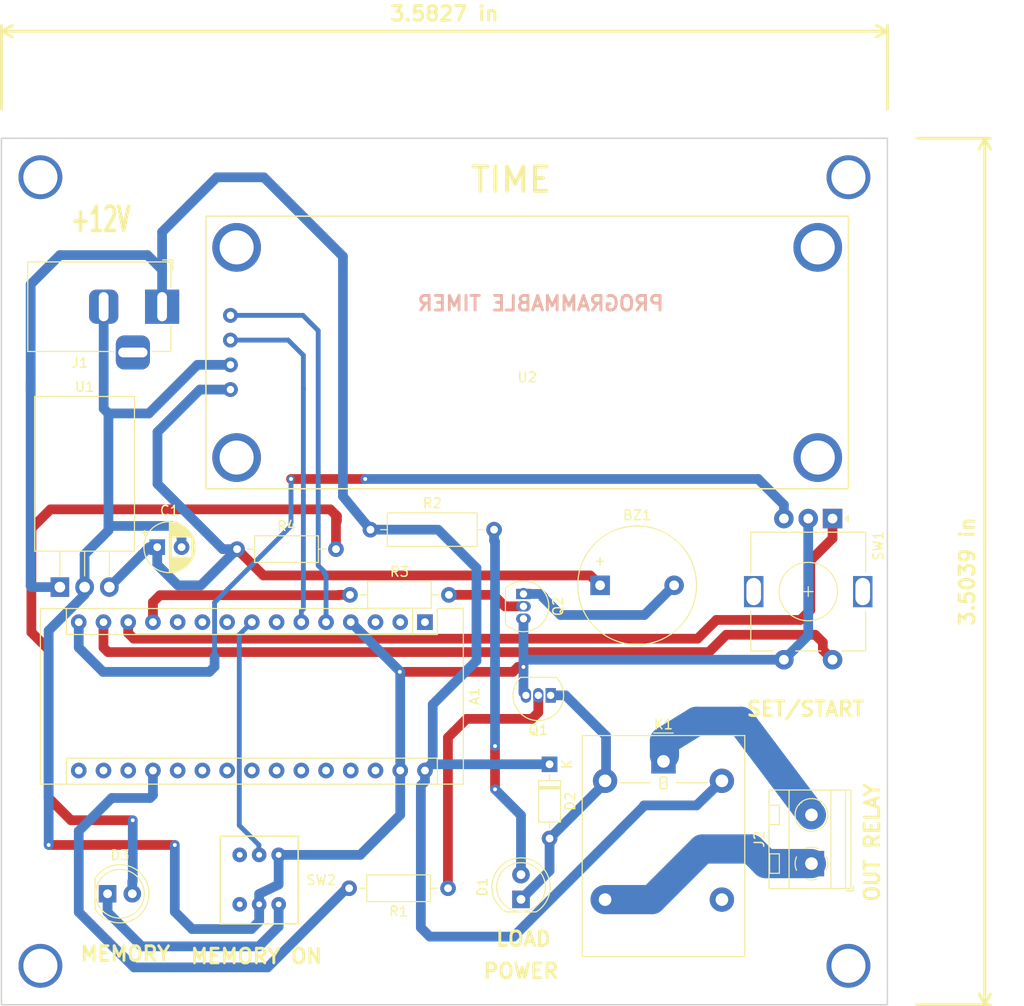
<source format=kicad_pcb>
(kicad_pcb (version 20171130) (host pcbnew "(5.0.2)-1")

  (general
    (thickness 1.6)
    (drawings 20)
    (tracks 226)
    (zones 0)
    (modules 19)
    (nets 43)
  )

  (page A4)
  (title_block
    (title "Timer Arduino and TM1637")
    (date 2021-02-27)
    (rev 1/1)
    (company "Stoica T.")
  )

  (layers
    (0 F.Cu signal)
    (31 B.Cu signal)
    (32 B.Adhes user)
    (33 F.Adhes user)
    (34 B.Paste user)
    (35 F.Paste user)
    (36 B.SilkS user)
    (37 F.SilkS user)
    (38 B.Mask user)
    (39 F.Mask user)
    (40 Dwgs.User user)
    (41 Cmts.User user)
    (42 Eco1.User user)
    (43 Eco2.User user)
    (44 Edge.Cuts user)
    (45 Margin user)
    (46 B.CrtYd user)
    (47 F.CrtYd user)
    (48 B.Fab user)
    (49 F.Fab user)
  )

  (setup
    (last_trace_width 0.25)
    (user_trace_width 0.5)
    (user_trace_width 1)
    (user_trace_width 1.5)
    (user_trace_width 2.5)
    (user_trace_width 3)
    (trace_clearance 0.2)
    (zone_clearance 0.508)
    (zone_45_only no)
    (trace_min 0.2)
    (segment_width 0.2)
    (edge_width 0.15)
    (via_size 0.8)
    (via_drill 0.4)
    (via_min_size 0.4)
    (via_min_drill 0.3)
    (user_via 4.5 3.5)
    (uvia_size 0.3)
    (uvia_drill 0.1)
    (uvias_allowed no)
    (uvia_min_size 0.2)
    (uvia_min_drill 0.1)
    (pcb_text_width 0.3)
    (pcb_text_size 1.5 1.5)
    (mod_edge_width 0.15)
    (mod_text_size 1 1)
    (mod_text_width 0.15)
    (pad_size 1.524 1.524)
    (pad_drill 0.762)
    (pad_to_mask_clearance 0.051)
    (solder_mask_min_width 0.25)
    (aux_axis_origin 0 0)
    (visible_elements 7FFFF7FF)
    (pcbplotparams
      (layerselection 0x010fc_ffffffff)
      (usegerberextensions false)
      (usegerberattributes false)
      (usegerberadvancedattributes false)
      (creategerberjobfile false)
      (excludeedgelayer true)
      (linewidth 0.100000)
      (plotframeref false)
      (viasonmask false)
      (mode 1)
      (useauxorigin false)
      (hpglpennumber 1)
      (hpglpenspeed 20)
      (hpglpendiameter 15.000000)
      (psnegative false)
      (psa4output false)
      (plotreference true)
      (plotvalue true)
      (plotinvisibletext false)
      (padsonsilk false)
      (subtractmaskfromsilk false)
      (outputformat 1)
      (mirror false)
      (drillshape 1)
      (scaleselection 1)
      (outputdirectory ""))
  )

  (net 0 "")
  (net 1 "Net-(A1-Pad1)")
  (net 2 "Net-(A1-Pad17)")
  (net 3 "Net-(A1-Pad2)")
  (net 4 "Net-(A1-Pad18)")
  (net 5 "Net-(A1-Pad3)")
  (net 6 "Net-(A1-Pad19)")
  (net 7 GNDD)
  (net 8 "Net-(A1-Pad20)")
  (net 9 "Net-(A1-Pad5)")
  (net 10 "Net-(A1-Pad21)")
  (net 11 "Net-(A1-Pad6)")
  (net 12 "Net-(A1-Pad22)")
  (net 13 "Net-(A1-Pad7)")
  (net 14 "Net-(A1-Pad23)")
  (net 15 "Net-(A1-Pad8)")
  (net 16 "Net-(A1-Pad24)")
  (net 17 "Net-(A1-Pad9)")
  (net 18 "Net-(A1-Pad25)")
  (net 19 "Net-(A1-Pad10)")
  (net 20 "Net-(A1-Pad26)")
  (net 21 "Net-(A1-Pad11)")
  (net 22 "Net-(A1-Pad27)")
  (net 23 "Net-(A1-Pad12)")
  (net 24 "Net-(A1-Pad28)")
  (net 25 "Net-(A1-Pad13)")
  (net 26 "Net-(A1-Pad14)")
  (net 27 "Net-(A1-Pad30)")
  (net 28 "Net-(A1-Pad15)")
  (net 29 "Net-(A1-Pad16)")
  (net 30 "Net-(BZ1-Pad1)")
  (net 31 "Net-(BZ1-Pad2)")
  (net 32 "Net-(D1-Pad1)")
  (net 33 "Net-(D1-Pad2)")
  (net 34 "Net-(D3-Pad2)")
  (net 35 "Net-(D3-Pad1)")
  (net 36 "Net-(J2-Pad1)")
  (net 37 "Net-(J2-Pad2)")
  (net 38 "Net-(K1-Pad3)")
  (net 39 "Net-(Q1-Pad2)")
  (net 40 "Net-(Q2-Pad2)")
  (net 41 "Net-(SW2-Pad3)")
  (net 42 "Net-(SW2-Pad6)")

  (net_class Default "This is the default net class."
    (clearance 0.2)
    (trace_width 0.25)
    (via_dia 0.8)
    (via_drill 0.4)
    (uvia_dia 0.3)
    (uvia_drill 0.1)
    (add_net GNDD)
    (add_net "Net-(A1-Pad1)")
    (add_net "Net-(A1-Pad10)")
    (add_net "Net-(A1-Pad11)")
    (add_net "Net-(A1-Pad12)")
    (add_net "Net-(A1-Pad13)")
    (add_net "Net-(A1-Pad14)")
    (add_net "Net-(A1-Pad15)")
    (add_net "Net-(A1-Pad16)")
    (add_net "Net-(A1-Pad17)")
    (add_net "Net-(A1-Pad18)")
    (add_net "Net-(A1-Pad19)")
    (add_net "Net-(A1-Pad2)")
    (add_net "Net-(A1-Pad20)")
    (add_net "Net-(A1-Pad21)")
    (add_net "Net-(A1-Pad22)")
    (add_net "Net-(A1-Pad23)")
    (add_net "Net-(A1-Pad24)")
    (add_net "Net-(A1-Pad25)")
    (add_net "Net-(A1-Pad26)")
    (add_net "Net-(A1-Pad27)")
    (add_net "Net-(A1-Pad28)")
    (add_net "Net-(A1-Pad3)")
    (add_net "Net-(A1-Pad30)")
    (add_net "Net-(A1-Pad5)")
    (add_net "Net-(A1-Pad6)")
    (add_net "Net-(A1-Pad7)")
    (add_net "Net-(A1-Pad8)")
    (add_net "Net-(A1-Pad9)")
    (add_net "Net-(BZ1-Pad1)")
    (add_net "Net-(BZ1-Pad2)")
    (add_net "Net-(D1-Pad1)")
    (add_net "Net-(D1-Pad2)")
    (add_net "Net-(D3-Pad1)")
    (add_net "Net-(D3-Pad2)")
    (add_net "Net-(J2-Pad1)")
    (add_net "Net-(J2-Pad2)")
    (add_net "Net-(K1-Pad3)")
    (add_net "Net-(Q1-Pad2)")
    (add_net "Net-(Q2-Pad2)")
    (add_net "Net-(SW2-Pad3)")
    (add_net "Net-(SW2-Pad6)")
  )

  (module LED_THT:LED_D5.0mm (layer F.Cu) (tedit 5995936A) (tstamp 603AAEAC)
    (at 118.364 138.176 90)
    (descr "LED, diameter 5.0mm, 2 pins, http://cdn-reichelt.de/documents/datenblatt/A500/LL-504BC2E-009.pdf")
    (tags "LED diameter 5.0mm 2 pins")
    (path /6039901D)
    (fp_text reference D1 (at 1.27 -3.96 90) (layer F.SilkS)
      (effects (font (size 1 1) (thickness 0.15)))
    )
    (fp_text value "LED Power" (at 1.27 3.96 90) (layer F.Fab)
      (effects (font (size 1 1) (thickness 0.15)))
    )
    (fp_arc (start 1.27 0) (end -1.23 -1.469694) (angle 299.1) (layer F.Fab) (width 0.1))
    (fp_arc (start 1.27 0) (end -1.29 -1.54483) (angle 148.9) (layer F.SilkS) (width 0.12))
    (fp_arc (start 1.27 0) (end -1.29 1.54483) (angle -148.9) (layer F.SilkS) (width 0.12))
    (fp_circle (center 1.27 0) (end 3.77 0) (layer F.Fab) (width 0.1))
    (fp_circle (center 1.27 0) (end 3.77 0) (layer F.SilkS) (width 0.12))
    (fp_line (start -1.23 -1.469694) (end -1.23 1.469694) (layer F.Fab) (width 0.1))
    (fp_line (start -1.29 -1.545) (end -1.29 1.545) (layer F.SilkS) (width 0.12))
    (fp_line (start -1.95 -3.25) (end -1.95 3.25) (layer F.CrtYd) (width 0.05))
    (fp_line (start -1.95 3.25) (end 4.5 3.25) (layer F.CrtYd) (width 0.05))
    (fp_line (start 4.5 3.25) (end 4.5 -3.25) (layer F.CrtYd) (width 0.05))
    (fp_line (start 4.5 -3.25) (end -1.95 -3.25) (layer F.CrtYd) (width 0.05))
    (fp_text user %R (at 1.25 0 90) (layer F.Fab)
      (effects (font (size 0.8 0.8) (thickness 0.2)))
    )
    (pad 1 thru_hole rect (at 0 0 90) (size 1.8 1.8) (drill 0.9) (layers *.Cu *.Mask)
      (net 32 "Net-(D1-Pad1)"))
    (pad 2 thru_hole circle (at 2.54 0 90) (size 1.8 1.8) (drill 0.9) (layers *.Cu *.Mask)
      (net 33 "Net-(D1-Pad2)"))
    (model ${KISYS3DMOD}/LED_THT.3dshapes/LED_D5.0mm.wrl
      (at (xyz 0 0 0))
      (scale (xyz 1 1 1))
      (rotate (xyz 0 0 0))
    )
  )

  (module Module:Arduino_Nano (layer F.Cu) (tedit 58ACAF70) (tstamp 603AAE09)
    (at 108.5 109.7 270)
    (descr "Arduino Nano, http://www.mouser.com/pdfdocs/Gravitech_Arduino_Nano3_0.pdf")
    (tags "Arduino Nano")
    (path /60380FB4)
    (fp_text reference A1 (at 7.62 -5.08 270) (layer F.SilkS)
      (effects (font (size 1 1) (thickness 0.15)))
    )
    (fp_text value Arduino_Nano_v3.x (at 8.89 19.05) (layer F.Fab)
      (effects (font (size 1 1) (thickness 0.15)))
    )
    (fp_text user %R (at 6.35 19.05) (layer F.Fab)
      (effects (font (size 1 1) (thickness 0.15)))
    )
    (fp_line (start 1.27 1.27) (end 1.27 -1.27) (layer F.SilkS) (width 0.12))
    (fp_line (start 1.27 -1.27) (end -1.4 -1.27) (layer F.SilkS) (width 0.12))
    (fp_line (start -1.4 1.27) (end -1.4 39.5) (layer F.SilkS) (width 0.12))
    (fp_line (start -1.4 -3.94) (end -1.4 -1.27) (layer F.SilkS) (width 0.12))
    (fp_line (start 13.97 -1.27) (end 16.64 -1.27) (layer F.SilkS) (width 0.12))
    (fp_line (start 13.97 -1.27) (end 13.97 36.83) (layer F.SilkS) (width 0.12))
    (fp_line (start 13.97 36.83) (end 16.64 36.83) (layer F.SilkS) (width 0.12))
    (fp_line (start 1.27 1.27) (end -1.4 1.27) (layer F.SilkS) (width 0.12))
    (fp_line (start 1.27 1.27) (end 1.27 36.83) (layer F.SilkS) (width 0.12))
    (fp_line (start 1.27 36.83) (end -1.4 36.83) (layer F.SilkS) (width 0.12))
    (fp_line (start 3.81 31.75) (end 11.43 31.75) (layer F.Fab) (width 0.1))
    (fp_line (start 11.43 31.75) (end 11.43 41.91) (layer F.Fab) (width 0.1))
    (fp_line (start 11.43 41.91) (end 3.81 41.91) (layer F.Fab) (width 0.1))
    (fp_line (start 3.81 41.91) (end 3.81 31.75) (layer F.Fab) (width 0.1))
    (fp_line (start -1.4 39.5) (end 16.64 39.5) (layer F.SilkS) (width 0.12))
    (fp_line (start 16.64 39.5) (end 16.64 -3.94) (layer F.SilkS) (width 0.12))
    (fp_line (start 16.64 -3.94) (end -1.4 -3.94) (layer F.SilkS) (width 0.12))
    (fp_line (start 16.51 39.37) (end -1.27 39.37) (layer F.Fab) (width 0.1))
    (fp_line (start -1.27 39.37) (end -1.27 -2.54) (layer F.Fab) (width 0.1))
    (fp_line (start -1.27 -2.54) (end 0 -3.81) (layer F.Fab) (width 0.1))
    (fp_line (start 0 -3.81) (end 16.51 -3.81) (layer F.Fab) (width 0.1))
    (fp_line (start 16.51 -3.81) (end 16.51 39.37) (layer F.Fab) (width 0.1))
    (fp_line (start -1.53 -4.06) (end 16.75 -4.06) (layer F.CrtYd) (width 0.05))
    (fp_line (start -1.53 -4.06) (end -1.53 42.16) (layer F.CrtYd) (width 0.05))
    (fp_line (start 16.75 42.16) (end 16.75 -4.06) (layer F.CrtYd) (width 0.05))
    (fp_line (start 16.75 42.16) (end -1.53 42.16) (layer F.CrtYd) (width 0.05))
    (pad 1 thru_hole rect (at 0 0 270) (size 1.6 1.6) (drill 0.8) (layers *.Cu *.Mask)
      (net 1 "Net-(A1-Pad1)"))
    (pad 17 thru_hole oval (at 15.24 33.02 270) (size 1.6 1.6) (drill 0.8) (layers *.Cu *.Mask)
      (net 2 "Net-(A1-Pad17)"))
    (pad 2 thru_hole oval (at 0 2.54 270) (size 1.6 1.6) (drill 0.8) (layers *.Cu *.Mask)
      (net 3 "Net-(A1-Pad2)"))
    (pad 18 thru_hole oval (at 15.24 30.48 270) (size 1.6 1.6) (drill 0.8) (layers *.Cu *.Mask)
      (net 4 "Net-(A1-Pad18)"))
    (pad 3 thru_hole oval (at 0 5.08 270) (size 1.6 1.6) (drill 0.8) (layers *.Cu *.Mask)
      (net 5 "Net-(A1-Pad3)"))
    (pad 19 thru_hole oval (at 15.24 27.94 270) (size 1.6 1.6) (drill 0.8) (layers *.Cu *.Mask)
      (net 6 "Net-(A1-Pad19)"))
    (pad 4 thru_hole oval (at 0 7.62 270) (size 1.6 1.6) (drill 0.8) (layers *.Cu *.Mask)
      (net 7 GNDD))
    (pad 20 thru_hole oval (at 15.24 25.4 270) (size 1.6 1.6) (drill 0.8) (layers *.Cu *.Mask)
      (net 8 "Net-(A1-Pad20)"))
    (pad 5 thru_hole oval (at 0 10.16 270) (size 1.6 1.6) (drill 0.8) (layers *.Cu *.Mask)
      (net 9 "Net-(A1-Pad5)"))
    (pad 21 thru_hole oval (at 15.24 22.86 270) (size 1.6 1.6) (drill 0.8) (layers *.Cu *.Mask)
      (net 10 "Net-(A1-Pad21)"))
    (pad 6 thru_hole oval (at 0 12.7 270) (size 1.6 1.6) (drill 0.8) (layers *.Cu *.Mask)
      (net 11 "Net-(A1-Pad6)"))
    (pad 22 thru_hole oval (at 15.24 20.32 270) (size 1.6 1.6) (drill 0.8) (layers *.Cu *.Mask)
      (net 12 "Net-(A1-Pad22)"))
    (pad 7 thru_hole oval (at 0 15.24 270) (size 1.6 1.6) (drill 0.8) (layers *.Cu *.Mask)
      (net 13 "Net-(A1-Pad7)"))
    (pad 23 thru_hole oval (at 15.24 17.78 270) (size 1.6 1.6) (drill 0.8) (layers *.Cu *.Mask)
      (net 14 "Net-(A1-Pad23)"))
    (pad 8 thru_hole oval (at 0 17.78 270) (size 1.6 1.6) (drill 0.8) (layers *.Cu *.Mask)
      (net 15 "Net-(A1-Pad8)"))
    (pad 24 thru_hole oval (at 15.24 15.24 270) (size 1.6 1.6) (drill 0.8) (layers *.Cu *.Mask)
      (net 16 "Net-(A1-Pad24)"))
    (pad 9 thru_hole oval (at 0 20.32 270) (size 1.6 1.6) (drill 0.8) (layers *.Cu *.Mask)
      (net 17 "Net-(A1-Pad9)"))
    (pad 25 thru_hole oval (at 15.24 12.7 270) (size 1.6 1.6) (drill 0.8) (layers *.Cu *.Mask)
      (net 18 "Net-(A1-Pad25)"))
    (pad 10 thru_hole oval (at 0 22.86 270) (size 1.6 1.6) (drill 0.8) (layers *.Cu *.Mask)
      (net 19 "Net-(A1-Pad10)"))
    (pad 26 thru_hole oval (at 15.24 10.16 270) (size 1.6 1.6) (drill 0.8) (layers *.Cu *.Mask)
      (net 20 "Net-(A1-Pad26)"))
    (pad 11 thru_hole oval (at 0 25.4 270) (size 1.6 1.6) (drill 0.8) (layers *.Cu *.Mask)
      (net 21 "Net-(A1-Pad11)"))
    (pad 27 thru_hole oval (at 15.24 7.62 270) (size 1.6 1.6) (drill 0.8) (layers *.Cu *.Mask)
      (net 22 "Net-(A1-Pad27)"))
    (pad 12 thru_hole oval (at 0 27.94 270) (size 1.6 1.6) (drill 0.8) (layers *.Cu *.Mask)
      (net 23 "Net-(A1-Pad12)"))
    (pad 28 thru_hole oval (at 15.24 5.08 270) (size 1.6 1.6) (drill 0.8) (layers *.Cu *.Mask)
      (net 24 "Net-(A1-Pad28)"))
    (pad 13 thru_hole oval (at 0 30.48 270) (size 1.6 1.6) (drill 0.8) (layers *.Cu *.Mask)
      (net 25 "Net-(A1-Pad13)"))
    (pad 29 thru_hole oval (at 15.24 2.54 270) (size 1.6 1.6) (drill 0.8) (layers *.Cu *.Mask)
      (net 7 GNDD))
    (pad 14 thru_hole oval (at 0 33.02 270) (size 1.6 1.6) (drill 0.8) (layers *.Cu *.Mask)
      (net 26 "Net-(A1-Pad14)"))
    (pad 30 thru_hole oval (at 15.24 0 270) (size 1.6 1.6) (drill 0.8) (layers *.Cu *.Mask)
      (net 27 "Net-(A1-Pad30)"))
    (pad 15 thru_hole oval (at 0 35.56 270) (size 1.6 1.6) (drill 0.8) (layers *.Cu *.Mask)
      (net 28 "Net-(A1-Pad15)"))
    (pad 16 thru_hole oval (at 15.24 35.56 270) (size 1.6 1.6) (drill 0.8) (layers *.Cu *.Mask)
      (net 29 "Net-(A1-Pad16)"))
    (model ${KISYS3DMOD}/Module.3dshapes/Arduino_Nano_WithMountingHoles.wrl
      (at (xyz 0 0 0))
      (scale (xyz 1 1 1))
      (rotate (xyz 0 0 0))
    )
  )

  (module Buzzer_Beeper:Buzzer_12x9.5RM7.6 (layer F.Cu) (tedit 5A030281) (tstamp 603AAE16)
    (at 126.492 105.918)
    (descr "Generic Buzzer, D12mm height 9.5mm with RM7.6mm")
    (tags buzzer)
    (path /6038159F)
    (fp_text reference BZ1 (at 3.8 -7.2) (layer F.SilkS)
      (effects (font (size 1 1) (thickness 0.15)))
    )
    (fp_text value "Buzzer 5V" (at 3.8 7.4) (layer F.Fab)
      (effects (font (size 1 1) (thickness 0.15)))
    )
    (fp_text user + (at -0.01 -2.54) (layer F.Fab)
      (effects (font (size 1 1) (thickness 0.15)))
    )
    (fp_text user + (at -0.01 -2.54) (layer F.SilkS)
      (effects (font (size 1 1) (thickness 0.15)))
    )
    (fp_text user %R (at 3.8 -4) (layer F.Fab)
      (effects (font (size 1 1) (thickness 0.15)))
    )
    (fp_circle (center 3.8 0) (end 10.05 0) (layer F.CrtYd) (width 0.05))
    (fp_circle (center 3.8 0) (end 9.8 0) (layer F.Fab) (width 0.1))
    (fp_circle (center 3.8 0) (end 4.8 0) (layer F.Fab) (width 0.1))
    (fp_circle (center 3.8 0) (end 9.9 0) (layer F.SilkS) (width 0.12))
    (pad 1 thru_hole rect (at 0 0) (size 2 2) (drill 1) (layers *.Cu *.Mask)
      (net 30 "Net-(BZ1-Pad1)"))
    (pad 2 thru_hole circle (at 7.6 0) (size 2 2) (drill 1) (layers *.Cu *.Mask)
      (net 31 "Net-(BZ1-Pad2)"))
    (model ${KISYS3DMOD}/Buzzer_Beeper.3dshapes/Buzzer_12x9.5RM7.6.wrl
      (at (xyz 0 0 0))
      (scale (xyz 1 1 1))
      (rotate (xyz 0 0 0))
    )
  )

  (module Capacitor_THT:CP_Radial_D5.0mm_P2.50mm (layer F.Cu) (tedit 5AE50EF0) (tstamp 603AAE9A)
    (at 81 102)
    (descr "CP, Radial series, Radial, pin pitch=2.50mm, , diameter=5mm, Electrolytic Capacitor")
    (tags "CP Radial series Radial pin pitch 2.50mm  diameter 5mm Electrolytic Capacitor")
    (path /603A670E)
    (fp_text reference C1 (at 1.25 -3.75) (layer F.SilkS)
      (effects (font (size 1 1) (thickness 0.15)))
    )
    (fp_text value 10uF/6V (at 1.25 3.75) (layer F.Fab)
      (effects (font (size 1 1) (thickness 0.15)))
    )
    (fp_circle (center 1.25 0) (end 3.75 0) (layer F.Fab) (width 0.1))
    (fp_circle (center 1.25 0) (end 3.87 0) (layer F.SilkS) (width 0.12))
    (fp_circle (center 1.25 0) (end 4 0) (layer F.CrtYd) (width 0.05))
    (fp_line (start -0.883605 -1.0875) (end -0.383605 -1.0875) (layer F.Fab) (width 0.1))
    (fp_line (start -0.633605 -1.3375) (end -0.633605 -0.8375) (layer F.Fab) (width 0.1))
    (fp_line (start 1.25 -2.58) (end 1.25 2.58) (layer F.SilkS) (width 0.12))
    (fp_line (start 1.29 -2.58) (end 1.29 2.58) (layer F.SilkS) (width 0.12))
    (fp_line (start 1.33 -2.579) (end 1.33 2.579) (layer F.SilkS) (width 0.12))
    (fp_line (start 1.37 -2.578) (end 1.37 2.578) (layer F.SilkS) (width 0.12))
    (fp_line (start 1.41 -2.576) (end 1.41 2.576) (layer F.SilkS) (width 0.12))
    (fp_line (start 1.45 -2.573) (end 1.45 2.573) (layer F.SilkS) (width 0.12))
    (fp_line (start 1.49 -2.569) (end 1.49 -1.04) (layer F.SilkS) (width 0.12))
    (fp_line (start 1.49 1.04) (end 1.49 2.569) (layer F.SilkS) (width 0.12))
    (fp_line (start 1.53 -2.565) (end 1.53 -1.04) (layer F.SilkS) (width 0.12))
    (fp_line (start 1.53 1.04) (end 1.53 2.565) (layer F.SilkS) (width 0.12))
    (fp_line (start 1.57 -2.561) (end 1.57 -1.04) (layer F.SilkS) (width 0.12))
    (fp_line (start 1.57 1.04) (end 1.57 2.561) (layer F.SilkS) (width 0.12))
    (fp_line (start 1.61 -2.556) (end 1.61 -1.04) (layer F.SilkS) (width 0.12))
    (fp_line (start 1.61 1.04) (end 1.61 2.556) (layer F.SilkS) (width 0.12))
    (fp_line (start 1.65 -2.55) (end 1.65 -1.04) (layer F.SilkS) (width 0.12))
    (fp_line (start 1.65 1.04) (end 1.65 2.55) (layer F.SilkS) (width 0.12))
    (fp_line (start 1.69 -2.543) (end 1.69 -1.04) (layer F.SilkS) (width 0.12))
    (fp_line (start 1.69 1.04) (end 1.69 2.543) (layer F.SilkS) (width 0.12))
    (fp_line (start 1.73 -2.536) (end 1.73 -1.04) (layer F.SilkS) (width 0.12))
    (fp_line (start 1.73 1.04) (end 1.73 2.536) (layer F.SilkS) (width 0.12))
    (fp_line (start 1.77 -2.528) (end 1.77 -1.04) (layer F.SilkS) (width 0.12))
    (fp_line (start 1.77 1.04) (end 1.77 2.528) (layer F.SilkS) (width 0.12))
    (fp_line (start 1.81 -2.52) (end 1.81 -1.04) (layer F.SilkS) (width 0.12))
    (fp_line (start 1.81 1.04) (end 1.81 2.52) (layer F.SilkS) (width 0.12))
    (fp_line (start 1.85 -2.511) (end 1.85 -1.04) (layer F.SilkS) (width 0.12))
    (fp_line (start 1.85 1.04) (end 1.85 2.511) (layer F.SilkS) (width 0.12))
    (fp_line (start 1.89 -2.501) (end 1.89 -1.04) (layer F.SilkS) (width 0.12))
    (fp_line (start 1.89 1.04) (end 1.89 2.501) (layer F.SilkS) (width 0.12))
    (fp_line (start 1.93 -2.491) (end 1.93 -1.04) (layer F.SilkS) (width 0.12))
    (fp_line (start 1.93 1.04) (end 1.93 2.491) (layer F.SilkS) (width 0.12))
    (fp_line (start 1.971 -2.48) (end 1.971 -1.04) (layer F.SilkS) (width 0.12))
    (fp_line (start 1.971 1.04) (end 1.971 2.48) (layer F.SilkS) (width 0.12))
    (fp_line (start 2.011 -2.468) (end 2.011 -1.04) (layer F.SilkS) (width 0.12))
    (fp_line (start 2.011 1.04) (end 2.011 2.468) (layer F.SilkS) (width 0.12))
    (fp_line (start 2.051 -2.455) (end 2.051 -1.04) (layer F.SilkS) (width 0.12))
    (fp_line (start 2.051 1.04) (end 2.051 2.455) (layer F.SilkS) (width 0.12))
    (fp_line (start 2.091 -2.442) (end 2.091 -1.04) (layer F.SilkS) (width 0.12))
    (fp_line (start 2.091 1.04) (end 2.091 2.442) (layer F.SilkS) (width 0.12))
    (fp_line (start 2.131 -2.428) (end 2.131 -1.04) (layer F.SilkS) (width 0.12))
    (fp_line (start 2.131 1.04) (end 2.131 2.428) (layer F.SilkS) (width 0.12))
    (fp_line (start 2.171 -2.414) (end 2.171 -1.04) (layer F.SilkS) (width 0.12))
    (fp_line (start 2.171 1.04) (end 2.171 2.414) (layer F.SilkS) (width 0.12))
    (fp_line (start 2.211 -2.398) (end 2.211 -1.04) (layer F.SilkS) (width 0.12))
    (fp_line (start 2.211 1.04) (end 2.211 2.398) (layer F.SilkS) (width 0.12))
    (fp_line (start 2.251 -2.382) (end 2.251 -1.04) (layer F.SilkS) (width 0.12))
    (fp_line (start 2.251 1.04) (end 2.251 2.382) (layer F.SilkS) (width 0.12))
    (fp_line (start 2.291 -2.365) (end 2.291 -1.04) (layer F.SilkS) (width 0.12))
    (fp_line (start 2.291 1.04) (end 2.291 2.365) (layer F.SilkS) (width 0.12))
    (fp_line (start 2.331 -2.348) (end 2.331 -1.04) (layer F.SilkS) (width 0.12))
    (fp_line (start 2.331 1.04) (end 2.331 2.348) (layer F.SilkS) (width 0.12))
    (fp_line (start 2.371 -2.329) (end 2.371 -1.04) (layer F.SilkS) (width 0.12))
    (fp_line (start 2.371 1.04) (end 2.371 2.329) (layer F.SilkS) (width 0.12))
    (fp_line (start 2.411 -2.31) (end 2.411 -1.04) (layer F.SilkS) (width 0.12))
    (fp_line (start 2.411 1.04) (end 2.411 2.31) (layer F.SilkS) (width 0.12))
    (fp_line (start 2.451 -2.29) (end 2.451 -1.04) (layer F.SilkS) (width 0.12))
    (fp_line (start 2.451 1.04) (end 2.451 2.29) (layer F.SilkS) (width 0.12))
    (fp_line (start 2.491 -2.268) (end 2.491 -1.04) (layer F.SilkS) (width 0.12))
    (fp_line (start 2.491 1.04) (end 2.491 2.268) (layer F.SilkS) (width 0.12))
    (fp_line (start 2.531 -2.247) (end 2.531 -1.04) (layer F.SilkS) (width 0.12))
    (fp_line (start 2.531 1.04) (end 2.531 2.247) (layer F.SilkS) (width 0.12))
    (fp_line (start 2.571 -2.224) (end 2.571 -1.04) (layer F.SilkS) (width 0.12))
    (fp_line (start 2.571 1.04) (end 2.571 2.224) (layer F.SilkS) (width 0.12))
    (fp_line (start 2.611 -2.2) (end 2.611 -1.04) (layer F.SilkS) (width 0.12))
    (fp_line (start 2.611 1.04) (end 2.611 2.2) (layer F.SilkS) (width 0.12))
    (fp_line (start 2.651 -2.175) (end 2.651 -1.04) (layer F.SilkS) (width 0.12))
    (fp_line (start 2.651 1.04) (end 2.651 2.175) (layer F.SilkS) (width 0.12))
    (fp_line (start 2.691 -2.149) (end 2.691 -1.04) (layer F.SilkS) (width 0.12))
    (fp_line (start 2.691 1.04) (end 2.691 2.149) (layer F.SilkS) (width 0.12))
    (fp_line (start 2.731 -2.122) (end 2.731 -1.04) (layer F.SilkS) (width 0.12))
    (fp_line (start 2.731 1.04) (end 2.731 2.122) (layer F.SilkS) (width 0.12))
    (fp_line (start 2.771 -2.095) (end 2.771 -1.04) (layer F.SilkS) (width 0.12))
    (fp_line (start 2.771 1.04) (end 2.771 2.095) (layer F.SilkS) (width 0.12))
    (fp_line (start 2.811 -2.065) (end 2.811 -1.04) (layer F.SilkS) (width 0.12))
    (fp_line (start 2.811 1.04) (end 2.811 2.065) (layer F.SilkS) (width 0.12))
    (fp_line (start 2.851 -2.035) (end 2.851 -1.04) (layer F.SilkS) (width 0.12))
    (fp_line (start 2.851 1.04) (end 2.851 2.035) (layer F.SilkS) (width 0.12))
    (fp_line (start 2.891 -2.004) (end 2.891 -1.04) (layer F.SilkS) (width 0.12))
    (fp_line (start 2.891 1.04) (end 2.891 2.004) (layer F.SilkS) (width 0.12))
    (fp_line (start 2.931 -1.971) (end 2.931 -1.04) (layer F.SilkS) (width 0.12))
    (fp_line (start 2.931 1.04) (end 2.931 1.971) (layer F.SilkS) (width 0.12))
    (fp_line (start 2.971 -1.937) (end 2.971 -1.04) (layer F.SilkS) (width 0.12))
    (fp_line (start 2.971 1.04) (end 2.971 1.937) (layer F.SilkS) (width 0.12))
    (fp_line (start 3.011 -1.901) (end 3.011 -1.04) (layer F.SilkS) (width 0.12))
    (fp_line (start 3.011 1.04) (end 3.011 1.901) (layer F.SilkS) (width 0.12))
    (fp_line (start 3.051 -1.864) (end 3.051 -1.04) (layer F.SilkS) (width 0.12))
    (fp_line (start 3.051 1.04) (end 3.051 1.864) (layer F.SilkS) (width 0.12))
    (fp_line (start 3.091 -1.826) (end 3.091 -1.04) (layer F.SilkS) (width 0.12))
    (fp_line (start 3.091 1.04) (end 3.091 1.826) (layer F.SilkS) (width 0.12))
    (fp_line (start 3.131 -1.785) (end 3.131 -1.04) (layer F.SilkS) (width 0.12))
    (fp_line (start 3.131 1.04) (end 3.131 1.785) (layer F.SilkS) (width 0.12))
    (fp_line (start 3.171 -1.743) (end 3.171 -1.04) (layer F.SilkS) (width 0.12))
    (fp_line (start 3.171 1.04) (end 3.171 1.743) (layer F.SilkS) (width 0.12))
    (fp_line (start 3.211 -1.699) (end 3.211 -1.04) (layer F.SilkS) (width 0.12))
    (fp_line (start 3.211 1.04) (end 3.211 1.699) (layer F.SilkS) (width 0.12))
    (fp_line (start 3.251 -1.653) (end 3.251 -1.04) (layer F.SilkS) (width 0.12))
    (fp_line (start 3.251 1.04) (end 3.251 1.653) (layer F.SilkS) (width 0.12))
    (fp_line (start 3.291 -1.605) (end 3.291 -1.04) (layer F.SilkS) (width 0.12))
    (fp_line (start 3.291 1.04) (end 3.291 1.605) (layer F.SilkS) (width 0.12))
    (fp_line (start 3.331 -1.554) (end 3.331 -1.04) (layer F.SilkS) (width 0.12))
    (fp_line (start 3.331 1.04) (end 3.331 1.554) (layer F.SilkS) (width 0.12))
    (fp_line (start 3.371 -1.5) (end 3.371 -1.04) (layer F.SilkS) (width 0.12))
    (fp_line (start 3.371 1.04) (end 3.371 1.5) (layer F.SilkS) (width 0.12))
    (fp_line (start 3.411 -1.443) (end 3.411 -1.04) (layer F.SilkS) (width 0.12))
    (fp_line (start 3.411 1.04) (end 3.411 1.443) (layer F.SilkS) (width 0.12))
    (fp_line (start 3.451 -1.383) (end 3.451 -1.04) (layer F.SilkS) (width 0.12))
    (fp_line (start 3.451 1.04) (end 3.451 1.383) (layer F.SilkS) (width 0.12))
    (fp_line (start 3.491 -1.319) (end 3.491 -1.04) (layer F.SilkS) (width 0.12))
    (fp_line (start 3.491 1.04) (end 3.491 1.319) (layer F.SilkS) (width 0.12))
    (fp_line (start 3.531 -1.251) (end 3.531 -1.04) (layer F.SilkS) (width 0.12))
    (fp_line (start 3.531 1.04) (end 3.531 1.251) (layer F.SilkS) (width 0.12))
    (fp_line (start 3.571 -1.178) (end 3.571 1.178) (layer F.SilkS) (width 0.12))
    (fp_line (start 3.611 -1.098) (end 3.611 1.098) (layer F.SilkS) (width 0.12))
    (fp_line (start 3.651 -1.011) (end 3.651 1.011) (layer F.SilkS) (width 0.12))
    (fp_line (start 3.691 -0.915) (end 3.691 0.915) (layer F.SilkS) (width 0.12))
    (fp_line (start 3.731 -0.805) (end 3.731 0.805) (layer F.SilkS) (width 0.12))
    (fp_line (start 3.771 -0.677) (end 3.771 0.677) (layer F.SilkS) (width 0.12))
    (fp_line (start 3.811 -0.518) (end 3.811 0.518) (layer F.SilkS) (width 0.12))
    (fp_line (start 3.851 -0.284) (end 3.851 0.284) (layer F.SilkS) (width 0.12))
    (fp_line (start -1.554775 -1.475) (end -1.054775 -1.475) (layer F.SilkS) (width 0.12))
    (fp_line (start -1.304775 -1.725) (end -1.304775 -1.225) (layer F.SilkS) (width 0.12))
    (fp_text user %R (at 1.25 0) (layer F.Fab)
      (effects (font (size 1 1) (thickness 0.15)))
    )
    (pad 1 thru_hole rect (at 0 0) (size 1.6 1.6) (drill 0.8) (layers *.Cu *.Mask)
      (net 30 "Net-(BZ1-Pad1)"))
    (pad 2 thru_hole circle (at 2.5 0) (size 1.6 1.6) (drill 0.8) (layers *.Cu *.Mask)
      (net 7 GNDD))
    (model ${KISYS3DMOD}/Capacitor_THT.3dshapes/CP_Radial_D5.0mm_P2.50mm.wrl
      (at (xyz 0 0 0))
      (scale (xyz 1 1 1))
      (rotate (xyz 0 0 0))
    )
  )

  (module Diode_THT:D_DO-35_SOD27_P7.62mm_Horizontal (layer F.Cu) (tedit 5AE50CD5) (tstamp 603AAECB)
    (at 121.3 124.3 270)
    (descr "Diode, DO-35_SOD27 series, Axial, Horizontal, pin pitch=7.62mm, , length*diameter=4*2mm^2, , http://www.diodes.com/_files/packages/DO-35.pdf")
    (tags "Diode DO-35_SOD27 series Axial Horizontal pin pitch 7.62mm  length 4mm diameter 2mm")
    (path /603819E7)
    (fp_text reference D2 (at 3.81 -2.12 270) (layer F.SilkS)
      (effects (font (size 1 1) (thickness 0.15)))
    )
    (fp_text value 1N4148 (at 3.81 2.12 270) (layer F.Fab)
      (effects (font (size 1 1) (thickness 0.15)))
    )
    (fp_line (start 1.81 -1) (end 1.81 1) (layer F.Fab) (width 0.1))
    (fp_line (start 1.81 1) (end 5.81 1) (layer F.Fab) (width 0.1))
    (fp_line (start 5.81 1) (end 5.81 -1) (layer F.Fab) (width 0.1))
    (fp_line (start 5.81 -1) (end 1.81 -1) (layer F.Fab) (width 0.1))
    (fp_line (start 0 0) (end 1.81 0) (layer F.Fab) (width 0.1))
    (fp_line (start 7.62 0) (end 5.81 0) (layer F.Fab) (width 0.1))
    (fp_line (start 2.41 -1) (end 2.41 1) (layer F.Fab) (width 0.1))
    (fp_line (start 2.51 -1) (end 2.51 1) (layer F.Fab) (width 0.1))
    (fp_line (start 2.31 -1) (end 2.31 1) (layer F.Fab) (width 0.1))
    (fp_line (start 1.69 -1.12) (end 1.69 1.12) (layer F.SilkS) (width 0.12))
    (fp_line (start 1.69 1.12) (end 5.93 1.12) (layer F.SilkS) (width 0.12))
    (fp_line (start 5.93 1.12) (end 5.93 -1.12) (layer F.SilkS) (width 0.12))
    (fp_line (start 5.93 -1.12) (end 1.69 -1.12) (layer F.SilkS) (width 0.12))
    (fp_line (start 1.04 0) (end 1.69 0) (layer F.SilkS) (width 0.12))
    (fp_line (start 6.58 0) (end 5.93 0) (layer F.SilkS) (width 0.12))
    (fp_line (start 2.41 -1.12) (end 2.41 1.12) (layer F.SilkS) (width 0.12))
    (fp_line (start 2.53 -1.12) (end 2.53 1.12) (layer F.SilkS) (width 0.12))
    (fp_line (start 2.29 -1.12) (end 2.29 1.12) (layer F.SilkS) (width 0.12))
    (fp_line (start -1.05 -1.25) (end -1.05 1.25) (layer F.CrtYd) (width 0.05))
    (fp_line (start -1.05 1.25) (end 8.67 1.25) (layer F.CrtYd) (width 0.05))
    (fp_line (start 8.67 1.25) (end 8.67 -1.25) (layer F.CrtYd) (width 0.05))
    (fp_line (start 8.67 -1.25) (end -1.05 -1.25) (layer F.CrtYd) (width 0.05))
    (fp_text user %R (at 4.11 0 270) (layer F.Fab)
      (effects (font (size 0.8 0.8) (thickness 0.12)))
    )
    (fp_text user K (at 0 -1.8 270) (layer F.Fab)
      (effects (font (size 1 1) (thickness 0.15)))
    )
    (fp_text user K (at 0 -1.8 270) (layer F.SilkS)
      (effects (font (size 1 1) (thickness 0.15)))
    )
    (pad 1 thru_hole rect (at 0 0 270) (size 1.6 1.6) (drill 0.8) (layers *.Cu *.Mask)
      (net 27 "Net-(A1-Pad30)"))
    (pad 2 thru_hole oval (at 7.62 0 270) (size 1.6 1.6) (drill 0.8) (layers *.Cu *.Mask)
      (net 32 "Net-(D1-Pad1)"))
    (model ${KISYS3DMOD}/Diode_THT.3dshapes/D_DO-35_SOD27_P7.62mm_Horizontal.wrl
      (at (xyz 0 0 0))
      (scale (xyz 1 1 1))
      (rotate (xyz 0 0 0))
    )
  )

  (module LED_THT:LED_D5.0mm (layer F.Cu) (tedit 5995936A) (tstamp 603AAEDD)
    (at 75.9 137.6)
    (descr "LED, diameter 5.0mm, 2 pins, http://cdn-reichelt.de/documents/datenblatt/A500/LL-504BC2E-009.pdf")
    (tags "LED diameter 5.0mm 2 pins")
    (path /603AC1C2)
    (fp_text reference D3 (at 1.27 -3.96) (layer F.SilkS)
      (effects (font (size 1 1) (thickness 0.15)))
    )
    (fp_text value "LED Memory" (at 1.27 3.96) (layer F.Fab)
      (effects (font (size 1 1) (thickness 0.15)))
    )
    (fp_text user %R (at 1.25 0.322) (layer F.Fab)
      (effects (font (size 0.8 0.8) (thickness 0.2)))
    )
    (fp_line (start 4.5 -3.25) (end -1.95 -3.25) (layer F.CrtYd) (width 0.05))
    (fp_line (start 4.5 3.25) (end 4.5 -3.25) (layer F.CrtYd) (width 0.05))
    (fp_line (start -1.95 3.25) (end 4.5 3.25) (layer F.CrtYd) (width 0.05))
    (fp_line (start -1.95 -3.25) (end -1.95 3.25) (layer F.CrtYd) (width 0.05))
    (fp_line (start -1.29 -1.545) (end -1.29 1.545) (layer F.SilkS) (width 0.12))
    (fp_line (start -1.23 -1.469694) (end -1.23 1.469694) (layer F.Fab) (width 0.1))
    (fp_circle (center 1.27 0) (end 3.77 0) (layer F.SilkS) (width 0.12))
    (fp_circle (center 1.27 0) (end 3.77 0) (layer F.Fab) (width 0.1))
    (fp_arc (start 1.27 0) (end -1.29 1.54483) (angle -148.9) (layer F.SilkS) (width 0.12))
    (fp_arc (start 1.27 0) (end -1.29 -1.54483) (angle 148.9) (layer F.SilkS) (width 0.12))
    (fp_arc (start 1.27 0) (end -1.23 -1.469694) (angle 299.1) (layer F.Fab) (width 0.1))
    (pad 2 thru_hole circle (at 2.54 0) (size 1.8 1.8) (drill 0.9) (layers *.Cu *.Mask)
      (net 34 "Net-(D3-Pad2)"))
    (pad 1 thru_hole rect (at 0 0) (size 1.8 1.8) (drill 0.9) (layers *.Cu *.Mask)
      (net 35 "Net-(D3-Pad1)"))
    (model ${KISYS3DMOD}/LED_THT.3dshapes/LED_D5.0mm.wrl
      (at (xyz 0 0 0))
      (scale (xyz 1 1 1))
      (rotate (xyz 0 0 0))
    )
  )

  (module Connector_BarrelJack:BarrelJack_Horizontal (layer F.Cu) (tedit 5A1DBF6A) (tstamp 603AAF00)
    (at 81.5 77.3)
    (descr "DC Barrel Jack")
    (tags "Power Jack")
    (path /6038196F)
    (fp_text reference J1 (at -8.45 5.75) (layer F.SilkS)
      (effects (font (size 1 1) (thickness 0.15)))
    )
    (fp_text value +12V (at -6.2 -5.5) (layer F.Fab)
      (effects (font (size 1 1) (thickness 0.15)))
    )
    (fp_text user %R (at -3 -2.95) (layer F.Fab)
      (effects (font (size 1 1) (thickness 0.15)))
    )
    (fp_line (start -0.003213 -4.505425) (end 0.8 -3.75) (layer F.Fab) (width 0.1))
    (fp_line (start 1.1 -3.75) (end 1.1 -4.8) (layer F.SilkS) (width 0.12))
    (fp_line (start 0.05 -4.8) (end 1.1 -4.8) (layer F.SilkS) (width 0.12))
    (fp_line (start 1 -4.5) (end 1 -4.75) (layer F.CrtYd) (width 0.05))
    (fp_line (start 1 -4.75) (end -14 -4.75) (layer F.CrtYd) (width 0.05))
    (fp_line (start 1 -4.5) (end 1 -2) (layer F.CrtYd) (width 0.05))
    (fp_line (start 1 -2) (end 2 -2) (layer F.CrtYd) (width 0.05))
    (fp_line (start 2 -2) (end 2 2) (layer F.CrtYd) (width 0.05))
    (fp_line (start 2 2) (end 1 2) (layer F.CrtYd) (width 0.05))
    (fp_line (start 1 2) (end 1 4.75) (layer F.CrtYd) (width 0.05))
    (fp_line (start 1 4.75) (end -1 4.75) (layer F.CrtYd) (width 0.05))
    (fp_line (start -1 4.75) (end -1 6.75) (layer F.CrtYd) (width 0.05))
    (fp_line (start -1 6.75) (end -5 6.75) (layer F.CrtYd) (width 0.05))
    (fp_line (start -5 6.75) (end -5 4.75) (layer F.CrtYd) (width 0.05))
    (fp_line (start -5 4.75) (end -14 4.75) (layer F.CrtYd) (width 0.05))
    (fp_line (start -14 4.75) (end -14 -4.75) (layer F.CrtYd) (width 0.05))
    (fp_line (start -5 4.6) (end -13.8 4.6) (layer F.SilkS) (width 0.12))
    (fp_line (start -13.8 4.6) (end -13.8 -4.6) (layer F.SilkS) (width 0.12))
    (fp_line (start 0.9 1.9) (end 0.9 4.6) (layer F.SilkS) (width 0.12))
    (fp_line (start 0.9 4.6) (end -1 4.6) (layer F.SilkS) (width 0.12))
    (fp_line (start -13.8 -4.6) (end 0.9 -4.6) (layer F.SilkS) (width 0.12))
    (fp_line (start 0.9 -4.6) (end 0.9 -2) (layer F.SilkS) (width 0.12))
    (fp_line (start -10.2 -4.5) (end -10.2 4.5) (layer F.Fab) (width 0.1))
    (fp_line (start -13.7 -4.5) (end -13.7 4.5) (layer F.Fab) (width 0.1))
    (fp_line (start -13.7 4.5) (end 0.8 4.5) (layer F.Fab) (width 0.1))
    (fp_line (start 0.8 4.5) (end 0.8 -3.75) (layer F.Fab) (width 0.1))
    (fp_line (start 0 -4.5) (end -13.7 -4.5) (layer F.Fab) (width 0.1))
    (pad 1 thru_hole rect (at 0 0) (size 3.5 3.5) (drill oval 1 3) (layers *.Cu *.Mask)
      (net 27 "Net-(A1-Pad30)"))
    (pad 2 thru_hole roundrect (at -6 0) (size 3 3.5) (drill oval 1 3) (layers *.Cu *.Mask) (roundrect_rratio 0.25)
      (net 7 GNDD))
    (pad 3 thru_hole roundrect (at -3 4.7) (size 3.5 3.5) (drill oval 3 1) (layers *.Cu *.Mask) (roundrect_rratio 0.25))
    (model ${KISYS3DMOD}/Connector_BarrelJack.3dshapes/BarrelJack_Horizontal.wrl
      (at (xyz 0 0 0))
      (scale (xyz 1 1 1))
      (rotate (xyz 0 0 0))
    )
  )

  (module TerminalBlock_MetzConnect:TerminalBlock_MetzConnect_Type094_RT03502HBLU_1x02_P5.00mm_Horizontal (layer F.Cu) (tedit 603B7404) (tstamp 603AAF3C)
    (at 148.2 134.5 90)
    (descr "terminal block Metz Connect Type094_RT03502HBLU, 2 pins, pitch 5mm, size 10x8.3mm^2, drill diamater 1.3mm, pad diameter 2.6mm, see http://www.metz-connect.com/ru/system/files/productfiles/Data_sheet_310941_RT035xxHBLU_OFF-022742T.pdf, script-generated using https://github.com/pointhi/kicad-footprint-generator/scripts/TerminalBlock_MetzConnect")
    (tags "THT terminal block Metz Connect Type094_RT03502HBLU pitch 5mm size 10x8.3mm^2 drill 1.3mm pad 2.6mm")
    (path /603A72C2)
    (fp_text reference J2 (at 2.5 -5.36 90) (layer F.SilkS)
      (effects (font (size 1 1) (thickness 0.15)))
    )
    (fp_text value "Out Relay NO" (at -4.184 -0.118 180) (layer F.Fab)
      (effects (font (size 1 1) (thickness 0.15)))
    )
    (fp_arc (start 0 0) (end 0 1.68) (angle -24) (layer F.SilkS) (width 0.12))
    (fp_arc (start 0 0) (end 1.535 0.684) (angle -48) (layer F.SilkS) (width 0.12))
    (fp_arc (start 0 0) (end 0.684 -1.535) (angle -48) (layer F.SilkS) (width 0.12))
    (fp_arc (start 0 0) (end -1.535 -0.684) (angle -48) (layer F.SilkS) (width 0.12))
    (fp_arc (start 0 0) (end -0.684 1.535) (angle -25) (layer F.SilkS) (width 0.12))
    (fp_circle (center 0 0) (end 1.5 0) (layer F.Fab) (width 0.1))
    (fp_circle (center 5 0) (end 6.5 0) (layer F.Fab) (width 0.1))
    (fp_circle (center 5 0) (end 6.68 0) (layer F.SilkS) (width 0.12))
    (fp_line (start -2.5 -4.3) (end 7.5 -4.3) (layer F.Fab) (width 0.1))
    (fp_line (start 7.5 -4.3) (end 7.5 4) (layer F.Fab) (width 0.1))
    (fp_line (start 7.5 4) (end -2 4) (layer F.Fab) (width 0.1))
    (fp_line (start -2 4) (end -2.5 3.5) (layer F.Fab) (width 0.1))
    (fp_line (start -2.5 3.5) (end -2.5 -4.3) (layer F.Fab) (width 0.1))
    (fp_line (start -2.5 3.5) (end 7.5 3.5) (layer F.Fab) (width 0.1))
    (fp_line (start -2.56 3.5) (end 7.56 3.5) (layer F.SilkS) (width 0.12))
    (fp_line (start -2.5 2) (end 7.5 2) (layer F.Fab) (width 0.1))
    (fp_line (start -2.56 2) (end 7.56 2) (layer F.SilkS) (width 0.12))
    (fp_line (start -2.5 -2.3) (end 7.5 -2.3) (layer F.Fab) (width 0.1))
    (fp_line (start -2.56 -2.301) (end 7.56 -2.301) (layer F.SilkS) (width 0.12))
    (fp_line (start -2.56 -4.36) (end 7.56 -4.36) (layer F.SilkS) (width 0.12))
    (fp_line (start -2.56 4.06) (end 7.56 4.06) (layer F.SilkS) (width 0.12))
    (fp_line (start -2.56 -4.36) (end -2.56 4.06) (layer F.SilkS) (width 0.12))
    (fp_line (start 7.56 -4.36) (end 7.56 4.06) (layer F.SilkS) (width 0.12))
    (fp_line (start 1.138 -0.955) (end -0.955 1.138) (layer F.Fab) (width 0.1))
    (fp_line (start 0.955 -1.138) (end -1.138 0.955) (layer F.Fab) (width 0.1))
    (fp_line (start -1 -4.3) (end -1 -3.3) (layer F.Fab) (width 0.1))
    (fp_line (start -1 -3.3) (end 1 -3.3) (layer F.Fab) (width 0.1))
    (fp_line (start 1 -3.3) (end 1 -4.3) (layer F.Fab) (width 0.1))
    (fp_line (start 1 -4.3) (end -1 -4.3) (layer F.Fab) (width 0.1))
    (fp_line (start -1 -4.3) (end 1 -4.3) (layer F.SilkS) (width 0.12))
    (fp_line (start -1 -3.3) (end 1 -3.3) (layer F.SilkS) (width 0.12))
    (fp_line (start -1 -4.3) (end -1 -3.3) (layer F.SilkS) (width 0.12))
    (fp_line (start 1 -4.3) (end 1 -3.3) (layer F.SilkS) (width 0.12))
    (fp_line (start 6.138 -0.955) (end 4.046 1.138) (layer F.Fab) (width 0.1))
    (fp_line (start 5.955 -1.138) (end 3.863 0.955) (layer F.Fab) (width 0.1))
    (fp_line (start 6.275 -1.069) (end 6.228 -1.023) (layer F.SilkS) (width 0.12))
    (fp_line (start 3.966 1.239) (end 3.931 1.274) (layer F.SilkS) (width 0.12))
    (fp_line (start 6.07 -1.275) (end 6.035 -1.239) (layer F.SilkS) (width 0.12))
    (fp_line (start 3.773 1.023) (end 3.726 1.069) (layer F.SilkS) (width 0.12))
    (fp_line (start 4 -4.3) (end 4 -3.3) (layer F.Fab) (width 0.1))
    (fp_line (start 4 -3.3) (end 6 -3.3) (layer F.Fab) (width 0.1))
    (fp_line (start 6 -3.3) (end 6 -4.3) (layer F.Fab) (width 0.1))
    (fp_line (start 6 -4.3) (end 4 -4.3) (layer F.Fab) (width 0.1))
    (fp_line (start 4 -4.3) (end 6 -4.3) (layer F.SilkS) (width 0.12))
    (fp_line (start 4 -3.3) (end 6 -3.3) (layer F.SilkS) (width 0.12))
    (fp_line (start 4 -4.3) (end 4 -3.3) (layer F.SilkS) (width 0.12))
    (fp_line (start 6 -4.3) (end 6 -3.3) (layer F.SilkS) (width 0.12))
    (fp_line (start -2.8 3.56) (end -2.8 4.3) (layer F.SilkS) (width 0.12))
    (fp_line (start -2.8 4.3) (end -2.3 4.3) (layer F.SilkS) (width 0.12))
    (fp_line (start -3 -4.81) (end -3 4.5) (layer F.CrtYd) (width 0.05))
    (fp_line (start -3 4.5) (end 8 4.5) (layer F.CrtYd) (width 0.05))
    (fp_line (start 8 4.5) (end 8 -4.81) (layer F.CrtYd) (width 0.05))
    (fp_line (start 8 -4.81) (end -3 -4.81) (layer F.CrtYd) (width 0.05))
    (fp_text user %R (at 2.5 2.75 90) (layer F.Fab)
      (effects (font (size 1 1) (thickness 0.15)))
    )
    (pad 1 thru_hole rect (at 0 0 90) (size 2.6 2.6) (drill 1.3) (layers *.Cu *.Mask)
      (net 36 "Net-(J2-Pad1)"))
    (pad 2 thru_hole circle (at 5 0 90) (size 2.6 2.6) (drill 1.3) (layers *.Cu *.Mask)
      (net 37 "Net-(J2-Pad2)"))
    (model ${KISYS3DMOD}/TerminalBlock_MetzConnect.3dshapes/TerminalBlock_MetzConnect_Type094_RT03502HBLU_1x02_P5.00mm_Horizontal.wrl
      (at (xyz 0 0 0))
      (scale (xyz 1 1 1))
      (rotate (xyz 0 0 0))
    )
  )

  (module Package_TO_SOT_THT:TO-92_Inline (layer F.Cu) (tedit 5A1DD157) (tstamp 603AAF70)
    (at 121.412 117.221 180)
    (descr "TO-92 leads in-line, narrow, oval pads, drill 0.75mm (see NXP sot054_po.pdf)")
    (tags "to-92 sc-43 sc-43a sot54 PA33 transistor")
    (path /60381471)
    (fp_text reference Q1 (at 1.27 -3.56 180) (layer F.SilkS)
      (effects (font (size 1 1) (thickness 0.15)))
    )
    (fp_text value BC547 (at 1.27 2.79 180) (layer F.Fab)
      (effects (font (size 1 1) (thickness 0.15)))
    )
    (fp_text user %R (at 1.27 -3.56 180) (layer F.Fab)
      (effects (font (size 1 1) (thickness 0.15)))
    )
    (fp_line (start -0.53 1.85) (end 3.07 1.85) (layer F.SilkS) (width 0.12))
    (fp_line (start -0.5 1.75) (end 3 1.75) (layer F.Fab) (width 0.1))
    (fp_line (start -1.46 -2.73) (end 4 -2.73) (layer F.CrtYd) (width 0.05))
    (fp_line (start -1.46 -2.73) (end -1.46 2.01) (layer F.CrtYd) (width 0.05))
    (fp_line (start 4 2.01) (end 4 -2.73) (layer F.CrtYd) (width 0.05))
    (fp_line (start 4 2.01) (end -1.46 2.01) (layer F.CrtYd) (width 0.05))
    (fp_arc (start 1.27 0) (end 1.27 -2.48) (angle 135) (layer F.Fab) (width 0.1))
    (fp_arc (start 1.27 0) (end 1.27 -2.6) (angle -135) (layer F.SilkS) (width 0.12))
    (fp_arc (start 1.27 0) (end 1.27 -2.48) (angle -135) (layer F.Fab) (width 0.1))
    (fp_arc (start 1.27 0) (end 1.27 -2.6) (angle 135) (layer F.SilkS) (width 0.12))
    (pad 2 thru_hole oval (at 1.27 0 180) (size 1.05 1.5) (drill 0.75) (layers *.Cu *.Mask)
      (net 39 "Net-(Q1-Pad2)"))
    (pad 3 thru_hole oval (at 2.54 0 180) (size 1.05 1.5) (drill 0.75) (layers *.Cu *.Mask)
      (net 7 GNDD))
    (pad 1 thru_hole rect (at 0 0 180) (size 1.05 1.5) (drill 0.75) (layers *.Cu *.Mask)
      (net 32 "Net-(D1-Pad1)"))
    (model ${KISYS3DMOD}/Package_TO_SOT_THT.3dshapes/TO-92_Inline.wrl
      (at (xyz 0 0 0))
      (scale (xyz 1 1 1))
      (rotate (xyz 0 0 0))
    )
  )

  (module Package_TO_SOT_THT:TO-92_Inline (layer F.Cu) (tedit 5A1DD157) (tstamp 603AAF82)
    (at 118.618 106.807 270)
    (descr "TO-92 leads in-line, narrow, oval pads, drill 0.75mm (see NXP sot054_po.pdf)")
    (tags "to-92 sc-43 sc-43a sot54 PA33 transistor")
    (path /603813A1)
    (fp_text reference Q2 (at 1.27 -3.56 270) (layer F.SilkS)
      (effects (font (size 1 1) (thickness 0.15)))
    )
    (fp_text value BC547 (at 1.27 2.79 270) (layer F.Fab)
      (effects (font (size 1 1) (thickness 0.15)))
    )
    (fp_arc (start 1.27 0) (end 1.27 -2.6) (angle 135) (layer F.SilkS) (width 0.12))
    (fp_arc (start 1.27 0) (end 1.27 -2.48) (angle -135) (layer F.Fab) (width 0.1))
    (fp_arc (start 1.27 0) (end 1.27 -2.6) (angle -135) (layer F.SilkS) (width 0.12))
    (fp_arc (start 1.27 0) (end 1.27 -2.48) (angle 135) (layer F.Fab) (width 0.1))
    (fp_line (start 4 2.01) (end -1.46 2.01) (layer F.CrtYd) (width 0.05))
    (fp_line (start 4 2.01) (end 4 -2.73) (layer F.CrtYd) (width 0.05))
    (fp_line (start -1.46 -2.73) (end -1.46 2.01) (layer F.CrtYd) (width 0.05))
    (fp_line (start -1.46 -2.73) (end 4 -2.73) (layer F.CrtYd) (width 0.05))
    (fp_line (start -0.5 1.75) (end 3 1.75) (layer F.Fab) (width 0.1))
    (fp_line (start -0.53 1.85) (end 3.07 1.85) (layer F.SilkS) (width 0.12))
    (fp_text user %R (at 1.27 -3.56 270) (layer F.Fab)
      (effects (font (size 1 1) (thickness 0.15)))
    )
    (pad 1 thru_hole rect (at 0 0 270) (size 1.05 1.5) (drill 0.75) (layers *.Cu *.Mask)
      (net 31 "Net-(BZ1-Pad2)"))
    (pad 3 thru_hole oval (at 2.54 0 270) (size 1.05 1.5) (drill 0.75) (layers *.Cu *.Mask)
      (net 7 GNDD))
    (pad 2 thru_hole oval (at 1.27 0 270) (size 1.05 1.5) (drill 0.75) (layers *.Cu *.Mask)
      (net 40 "Net-(Q2-Pad2)"))
    (model ${KISYS3DMOD}/Package_TO_SOT_THT.3dshapes/TO-92_Inline.wrl
      (at (xyz 0 0 0))
      (scale (xyz 1 1 1))
      (rotate (xyz 0 0 0))
    )
  )

  (module Resistor_THT:R_Axial_DIN0207_L6.3mm_D2.5mm_P10.16mm_Horizontal (layer F.Cu) (tedit 5AE5139B) (tstamp 603AAF99)
    (at 110.871 137.033 180)
    (descr "Resistor, Axial_DIN0207 series, Axial, Horizontal, pin pitch=10.16mm, 0.25W = 1/4W, length*diameter=6.3*2.5mm^2, http://cdn-reichelt.de/documents/datenblatt/B400/1_4W%23YAG.pdf")
    (tags "Resistor Axial_DIN0207 series Axial Horizontal pin pitch 10.16mm 0.25W = 1/4W length 6.3mm diameter 2.5mm")
    (path /603818F0)
    (fp_text reference R1 (at 5.08 -2.37 180) (layer F.SilkS)
      (effects (font (size 1 1) (thickness 0.15)))
    )
    (fp_text value 15K (at 5.08 2.37 180) (layer F.Fab)
      (effects (font (size 1 1) (thickness 0.15)))
    )
    (fp_text user %R (at 5.08 0 270) (layer F.Fab)
      (effects (font (size 1 1) (thickness 0.15)))
    )
    (fp_line (start 11.21 -1.5) (end -1.05 -1.5) (layer F.CrtYd) (width 0.05))
    (fp_line (start 11.21 1.5) (end 11.21 -1.5) (layer F.CrtYd) (width 0.05))
    (fp_line (start -1.05 1.5) (end 11.21 1.5) (layer F.CrtYd) (width 0.05))
    (fp_line (start -1.05 -1.5) (end -1.05 1.5) (layer F.CrtYd) (width 0.05))
    (fp_line (start 9.12 0) (end 8.35 0) (layer F.SilkS) (width 0.12))
    (fp_line (start 1.04 0) (end 1.81 0) (layer F.SilkS) (width 0.12))
    (fp_line (start 8.35 -1.37) (end 1.81 -1.37) (layer F.SilkS) (width 0.12))
    (fp_line (start 8.35 1.37) (end 8.35 -1.37) (layer F.SilkS) (width 0.12))
    (fp_line (start 1.81 1.37) (end 8.35 1.37) (layer F.SilkS) (width 0.12))
    (fp_line (start 1.81 -1.37) (end 1.81 1.37) (layer F.SilkS) (width 0.12))
    (fp_line (start 10.16 0) (end 8.23 0) (layer F.Fab) (width 0.1))
    (fp_line (start 0 0) (end 1.93 0) (layer F.Fab) (width 0.1))
    (fp_line (start 8.23 -1.25) (end 1.93 -1.25) (layer F.Fab) (width 0.1))
    (fp_line (start 8.23 1.25) (end 8.23 -1.25) (layer F.Fab) (width 0.1))
    (fp_line (start 1.93 1.25) (end 8.23 1.25) (layer F.Fab) (width 0.1))
    (fp_line (start 1.93 -1.25) (end 1.93 1.25) (layer F.Fab) (width 0.1))
    (pad 2 thru_hole oval (at 10.16 0 180) (size 1.6 1.6) (drill 0.8) (layers *.Cu *.Mask)
      (net 6 "Net-(A1-Pad19)"))
    (pad 1 thru_hole circle (at 0 0 180) (size 1.6 1.6) (drill 0.8) (layers *.Cu *.Mask)
      (net 39 "Net-(Q1-Pad2)"))
    (model ${KISYS3DMOD}/Resistor_THT.3dshapes/R_Axial_DIN0207_L6.3mm_D2.5mm_P10.16mm_Horizontal.wrl
      (at (xyz 0 0 0))
      (scale (xyz 1 1 1))
      (rotate (xyz 0 0 0))
    )
  )

  (module Resistor_THT:R_Axial_DIN0309_L9.0mm_D3.2mm_P12.70mm_Horizontal (layer F.Cu) (tedit 5AE5139B) (tstamp 603AAFB0)
    (at 102.9 100.2)
    (descr "Resistor, Axial_DIN0309 series, Axial, Horizontal, pin pitch=12.7mm, 0.5W = 1/2W, length*diameter=9*3.2mm^2, http://cdn-reichelt.de/documents/datenblatt/B400/1_4W%23YAG.pdf")
    (tags "Resistor Axial_DIN0309 series Axial Horizontal pin pitch 12.7mm 0.5W = 1/2W length 9mm diameter 3.2mm")
    (path /60398FA6)
    (fp_text reference R2 (at 6.35 -2.72) (layer F.SilkS)
      (effects (font (size 1 1) (thickness 0.15)))
    )
    (fp_text value 1K2/.25W (at 6.35 2.72) (layer F.Fab)
      (effects (font (size 1 1) (thickness 0.15)))
    )
    (fp_line (start 1.85 -1.6) (end 1.85 1.6) (layer F.Fab) (width 0.1))
    (fp_line (start 1.85 1.6) (end 10.85 1.6) (layer F.Fab) (width 0.1))
    (fp_line (start 10.85 1.6) (end 10.85 -1.6) (layer F.Fab) (width 0.1))
    (fp_line (start 10.85 -1.6) (end 1.85 -1.6) (layer F.Fab) (width 0.1))
    (fp_line (start 0 0) (end 1.85 0) (layer F.Fab) (width 0.1))
    (fp_line (start 12.7 0) (end 10.85 0) (layer F.Fab) (width 0.1))
    (fp_line (start 1.73 -1.72) (end 1.73 1.72) (layer F.SilkS) (width 0.12))
    (fp_line (start 1.73 1.72) (end 10.97 1.72) (layer F.SilkS) (width 0.12))
    (fp_line (start 10.97 1.72) (end 10.97 -1.72) (layer F.SilkS) (width 0.12))
    (fp_line (start 10.97 -1.72) (end 1.73 -1.72) (layer F.SilkS) (width 0.12))
    (fp_line (start 1.04 0) (end 1.73 0) (layer F.SilkS) (width 0.12))
    (fp_line (start 11.66 0) (end 10.97 0) (layer F.SilkS) (width 0.12))
    (fp_line (start -1.05 -1.85) (end -1.05 1.85) (layer F.CrtYd) (width 0.05))
    (fp_line (start -1.05 1.85) (end 13.75 1.85) (layer F.CrtYd) (width 0.05))
    (fp_line (start 13.75 1.85) (end 13.75 -1.85) (layer F.CrtYd) (width 0.05))
    (fp_line (start 13.75 -1.85) (end -1.05 -1.85) (layer F.CrtYd) (width 0.05))
    (fp_text user %R (at 6.35 0) (layer F.Fab)
      (effects (font (size 1 1) (thickness 0.15)))
    )
    (pad 1 thru_hole circle (at 0 0) (size 1.6 1.6) (drill 0.8) (layers *.Cu *.Mask)
      (net 27 "Net-(A1-Pad30)"))
    (pad 2 thru_hole oval (at 12.7 0) (size 1.6 1.6) (drill 0.8) (layers *.Cu *.Mask)
      (net 33 "Net-(D1-Pad2)"))
    (model ${KISYS3DMOD}/Resistor_THT.3dshapes/R_Axial_DIN0309_L9.0mm_D3.2mm_P12.70mm_Horizontal.wrl
      (at (xyz 0 0 0))
      (scale (xyz 1 1 1))
      (rotate (xyz 0 0 0))
    )
  )

  (module Resistor_THT:R_Axial_DIN0207_L6.3mm_D2.5mm_P10.16mm_Horizontal (layer F.Cu) (tedit 5AE5139B) (tstamp 603AAFC7)
    (at 100.8 106.9)
    (descr "Resistor, Axial_DIN0207 series, Axial, Horizontal, pin pitch=10.16mm, 0.25W = 1/4W, length*diameter=6.3*2.5mm^2, http://cdn-reichelt.de/documents/datenblatt/B400/1_4W%23YAG.pdf")
    (tags "Resistor Axial_DIN0207 series Axial Horizontal pin pitch 10.16mm 0.25W = 1/4W length 6.3mm diameter 2.5mm")
    (path /6039AF28)
    (fp_text reference R3 (at 5.08 -2.37) (layer F.SilkS)
      (effects (font (size 1 1) (thickness 0.15)))
    )
    (fp_text value 15K (at 5.08 2.37) (layer F.Fab)
      (effects (font (size 1 1) (thickness 0.15)))
    )
    (fp_line (start 1.93 -1.25) (end 1.93 1.25) (layer F.Fab) (width 0.1))
    (fp_line (start 1.93 1.25) (end 8.23 1.25) (layer F.Fab) (width 0.1))
    (fp_line (start 8.23 1.25) (end 8.23 -1.25) (layer F.Fab) (width 0.1))
    (fp_line (start 8.23 -1.25) (end 1.93 -1.25) (layer F.Fab) (width 0.1))
    (fp_line (start 0 0) (end 1.93 0) (layer F.Fab) (width 0.1))
    (fp_line (start 10.16 0) (end 8.23 0) (layer F.Fab) (width 0.1))
    (fp_line (start 1.81 -1.37) (end 1.81 1.37) (layer F.SilkS) (width 0.12))
    (fp_line (start 1.81 1.37) (end 8.35 1.37) (layer F.SilkS) (width 0.12))
    (fp_line (start 8.35 1.37) (end 8.35 -1.37) (layer F.SilkS) (width 0.12))
    (fp_line (start 8.35 -1.37) (end 1.81 -1.37) (layer F.SilkS) (width 0.12))
    (fp_line (start 1.04 0) (end 1.81 0) (layer F.SilkS) (width 0.12))
    (fp_line (start 9.12 0) (end 8.35 0) (layer F.SilkS) (width 0.12))
    (fp_line (start -1.05 -1.5) (end -1.05 1.5) (layer F.CrtYd) (width 0.05))
    (fp_line (start -1.05 1.5) (end 11.21 1.5) (layer F.CrtYd) (width 0.05))
    (fp_line (start 11.21 1.5) (end 11.21 -1.5) (layer F.CrtYd) (width 0.05))
    (fp_line (start 11.21 -1.5) (end -1.05 -1.5) (layer F.CrtYd) (width 0.05))
    (fp_text user %R (at 5.08 0) (layer F.Fab)
      (effects (font (size 1 1) (thickness 0.15)))
    )
    (pad 1 thru_hole circle (at 0 0) (size 1.6 1.6) (drill 0.8) (layers *.Cu *.Mask)
      (net 23 "Net-(A1-Pad12)"))
    (pad 2 thru_hole oval (at 10.16 0) (size 1.6 1.6) (drill 0.8) (layers *.Cu *.Mask)
      (net 40 "Net-(Q2-Pad2)"))
    (model ${KISYS3DMOD}/Resistor_THT.3dshapes/R_Axial_DIN0207_L6.3mm_D2.5mm_P10.16mm_Horizontal.wrl
      (at (xyz 0 0 0))
      (scale (xyz 1 1 1))
      (rotate (xyz 0 0 0))
    )
  )

  (module Resistor_THT:R_Axial_DIN0207_L6.3mm_D2.5mm_P10.16mm_Horizontal (layer F.Cu) (tedit 5AE5139B) (tstamp 603AAFDE)
    (at 89.2 102.2)
    (descr "Resistor, Axial_DIN0207 series, Axial, Horizontal, pin pitch=10.16mm, 0.25W = 1/4W, length*diameter=6.3*2.5mm^2, http://cdn-reichelt.de/documents/datenblatt/B400/1_4W%23YAG.pdf")
    (tags "Resistor Axial_DIN0207 series Axial Horizontal pin pitch 10.16mm 0.25W = 1/4W length 6.3mm diameter 2.5mm")
    (path /603AC1BC)
    (fp_text reference R4 (at 5.08 -2.37) (layer F.SilkS)
      (effects (font (size 1 1) (thickness 0.15)))
    )
    (fp_text value 330 (at 5.08 2.37) (layer F.Fab)
      (effects (font (size 1 1) (thickness 0.15)))
    )
    (fp_line (start 1.93 -1.25) (end 1.93 1.25) (layer F.Fab) (width 0.1))
    (fp_line (start 1.93 1.25) (end 8.23 1.25) (layer F.Fab) (width 0.1))
    (fp_line (start 8.23 1.25) (end 8.23 -1.25) (layer F.Fab) (width 0.1))
    (fp_line (start 8.23 -1.25) (end 1.93 -1.25) (layer F.Fab) (width 0.1))
    (fp_line (start 0 0) (end 1.93 0) (layer F.Fab) (width 0.1))
    (fp_line (start 10.16 0) (end 8.23 0) (layer F.Fab) (width 0.1))
    (fp_line (start 1.81 -1.37) (end 1.81 1.37) (layer F.SilkS) (width 0.12))
    (fp_line (start 1.81 1.37) (end 8.35 1.37) (layer F.SilkS) (width 0.12))
    (fp_line (start 8.35 1.37) (end 8.35 -1.37) (layer F.SilkS) (width 0.12))
    (fp_line (start 8.35 -1.37) (end 1.81 -1.37) (layer F.SilkS) (width 0.12))
    (fp_line (start 1.04 0) (end 1.81 0) (layer F.SilkS) (width 0.12))
    (fp_line (start 9.12 0) (end 8.35 0) (layer F.SilkS) (width 0.12))
    (fp_line (start -1.05 -1.5) (end -1.05 1.5) (layer F.CrtYd) (width 0.05))
    (fp_line (start -1.05 1.5) (end 11.21 1.5) (layer F.CrtYd) (width 0.05))
    (fp_line (start 11.21 1.5) (end 11.21 -1.5) (layer F.CrtYd) (width 0.05))
    (fp_line (start 11.21 -1.5) (end -1.05 -1.5) (layer F.CrtYd) (width 0.05))
    (fp_text user %R (at 5.08 0) (layer F.Fab)
      (effects (font (size 1 1) (thickness 0.15)))
    )
    (pad 1 thru_hole circle (at 0 0) (size 1.6 1.6) (drill 0.8) (layers *.Cu *.Mask)
      (net 30 "Net-(BZ1-Pad1)"))
    (pad 2 thru_hole oval (at 10.16 0) (size 1.6 1.6) (drill 0.8) (layers *.Cu *.Mask)
      (net 34 "Net-(D3-Pad2)"))
    (model ${KISYS3DMOD}/Resistor_THT.3dshapes/R_Axial_DIN0207_L6.3mm_D2.5mm_P10.16mm_Horizontal.wrl
      (at (xyz 0 0 0))
      (scale (xyz 1 1 1))
      (rotate (xyz 0 0 0))
    )
  )

  (module Rotary_Encoder:RotaryEncoder_Alps_EC11E-Switch_Vertical_H20mm (layer F.Cu) (tedit 5A74C8CB) (tstamp 603AB004)
    (at 150.368 99.06 270)
    (descr "Alps rotary encoder, EC12E... with switch, vertical shaft, http://www.alps.com/prod/info/E/HTML/Encoder/Incremental/EC11/EC11E15204A3.html")
    (tags "rotary encoder")
    (path /603816EB)
    (fp_text reference SW1 (at 2.8 -4.7 270) (layer F.SilkS)
      (effects (font (size 1 1) (thickness 0.15)))
    )
    (fp_text value Rotary_Encoder_Switch (at 7.5 10.4 270) (layer F.Fab)
      (effects (font (size 1 1) (thickness 0.15)))
    )
    (fp_text user %R (at 11.1 6.3 270) (layer F.Fab)
      (effects (font (size 1 1) (thickness 0.15)))
    )
    (fp_line (start 7 2.5) (end 8 2.5) (layer F.SilkS) (width 0.12))
    (fp_line (start 7.5 2) (end 7.5 3) (layer F.SilkS) (width 0.12))
    (fp_line (start 13.6 6) (end 13.6 8.4) (layer F.SilkS) (width 0.12))
    (fp_line (start 13.6 1.2) (end 13.6 3.8) (layer F.SilkS) (width 0.12))
    (fp_line (start 13.6 -3.4) (end 13.6 -1) (layer F.SilkS) (width 0.12))
    (fp_line (start 4.5 2.5) (end 10.5 2.5) (layer F.Fab) (width 0.12))
    (fp_line (start 7.5 -0.5) (end 7.5 5.5) (layer F.Fab) (width 0.12))
    (fp_line (start 0.3 -1.6) (end 0 -1.3) (layer F.SilkS) (width 0.12))
    (fp_line (start -0.3 -1.6) (end 0.3 -1.6) (layer F.SilkS) (width 0.12))
    (fp_line (start 0 -1.3) (end -0.3 -1.6) (layer F.SilkS) (width 0.12))
    (fp_line (start 1.4 -3.4) (end 1.4 8.4) (layer F.SilkS) (width 0.12))
    (fp_line (start 5.5 -3.4) (end 1.4 -3.4) (layer F.SilkS) (width 0.12))
    (fp_line (start 5.5 8.4) (end 1.4 8.4) (layer F.SilkS) (width 0.12))
    (fp_line (start 13.6 8.4) (end 9.5 8.4) (layer F.SilkS) (width 0.12))
    (fp_line (start 9.5 -3.4) (end 13.6 -3.4) (layer F.SilkS) (width 0.12))
    (fp_line (start 1.5 -2.2) (end 2.5 -3.3) (layer F.Fab) (width 0.12))
    (fp_line (start 1.5 8.3) (end 1.5 -2.2) (layer F.Fab) (width 0.12))
    (fp_line (start 13.5 8.3) (end 1.5 8.3) (layer F.Fab) (width 0.12))
    (fp_line (start 13.5 -3.3) (end 13.5 8.3) (layer F.Fab) (width 0.12))
    (fp_line (start 2.5 -3.3) (end 13.5 -3.3) (layer F.Fab) (width 0.12))
    (fp_line (start -1.5 -4.6) (end 16 -4.6) (layer F.CrtYd) (width 0.05))
    (fp_line (start -1.5 -4.6) (end -1.5 9.6) (layer F.CrtYd) (width 0.05))
    (fp_line (start 16 9.6) (end 16 -4.6) (layer F.CrtYd) (width 0.05))
    (fp_line (start 16 9.6) (end -1.5 9.6) (layer F.CrtYd) (width 0.05))
    (fp_circle (center 7.5 2.5) (end 10.5 2.5) (layer F.SilkS) (width 0.12))
    (fp_circle (center 7.5 2.5) (end 10.5 2.5) (layer F.Fab) (width 0.12))
    (pad S1 thru_hole circle (at 14.5 5 270) (size 2 2) (drill 1) (layers *.Cu *.Mask)
      (net 7 GNDD))
    (pad S2 thru_hole circle (at 14.5 0 270) (size 2 2) (drill 1) (layers *.Cu *.Mask)
      (net 26 "Net-(A1-Pad14)"))
    (pad MP thru_hole rect (at 7.5 8.1 270) (size 3.2 2) (drill oval 2.8 1.5) (layers *.Cu *.Mask))
    (pad MP thru_hole rect (at 7.5 -3.1 270) (size 3.2 2) (drill oval 2.8 1.5) (layers *.Cu *.Mask))
    (pad B thru_hole circle (at 0 5 270) (size 2 2) (drill 1) (layers *.Cu *.Mask)
      (net 28 "Net-(A1-Pad15)"))
    (pad C thru_hole circle (at 0 2.5 270) (size 2 2) (drill 1) (layers *.Cu *.Mask)
      (net 7 GNDD))
    (pad A thru_hole rect (at 0 0 270) (size 2 2) (drill 1) (layers *.Cu *.Mask)
      (net 25 "Net-(A1-Pad13)"))
    (model ${KISYS3DMOD}/Rotary_Encoder.3dshapes/RotaryEncoder_Alps_EC11E-Switch_Vertical_H20mm.wrl
      (at (xyz 0 0 0))
      (scale (xyz 1 1 1))
      (rotate (xyz 0 0 0))
    )
  )

  (module Package_TO_SOT_THT:TO-220-3_Horizontal_TabDown (layer F.Cu) (tedit 5AC8BA0D) (tstamp 603AB040)
    (at 71 106.1)
    (descr "TO-220-3, Horizontal, RM 2.54mm, see https://www.vishay.com/docs/66542/to-220-1.pdf")
    (tags "TO-220-3 Horizontal RM 2.54mm")
    (path /603A3802)
    (fp_text reference U1 (at 2.54 -20.58) (layer F.SilkS)
      (effects (font (size 1 1) (thickness 0.15)))
    )
    (fp_text value LM7805_TO220 (at 2.54 2) (layer F.Fab)
      (effects (font (size 1 1) (thickness 0.15)))
    )
    (fp_circle (center 2.54 -16.66) (end 4.39 -16.66) (layer F.Fab) (width 0.1))
    (fp_line (start -2.46 -13.06) (end -2.46 -19.46) (layer F.Fab) (width 0.1))
    (fp_line (start -2.46 -19.46) (end 7.54 -19.46) (layer F.Fab) (width 0.1))
    (fp_line (start 7.54 -19.46) (end 7.54 -13.06) (layer F.Fab) (width 0.1))
    (fp_line (start 7.54 -13.06) (end -2.46 -13.06) (layer F.Fab) (width 0.1))
    (fp_line (start -2.46 -3.81) (end -2.46 -13.06) (layer F.Fab) (width 0.1))
    (fp_line (start -2.46 -13.06) (end 7.54 -13.06) (layer F.Fab) (width 0.1))
    (fp_line (start 7.54 -13.06) (end 7.54 -3.81) (layer F.Fab) (width 0.1))
    (fp_line (start 7.54 -3.81) (end -2.46 -3.81) (layer F.Fab) (width 0.1))
    (fp_line (start 0 -3.81) (end 0 0) (layer F.Fab) (width 0.1))
    (fp_line (start 2.54 -3.81) (end 2.54 0) (layer F.Fab) (width 0.1))
    (fp_line (start 5.08 -3.81) (end 5.08 0) (layer F.Fab) (width 0.1))
    (fp_line (start -2.58 -3.69) (end 7.66 -3.69) (layer F.SilkS) (width 0.12))
    (fp_line (start -2.58 -19.58) (end 7.66 -19.58) (layer F.SilkS) (width 0.12))
    (fp_line (start -2.58 -19.58) (end -2.58 -3.69) (layer F.SilkS) (width 0.12))
    (fp_line (start 7.66 -19.58) (end 7.66 -3.69) (layer F.SilkS) (width 0.12))
    (fp_line (start 0 -3.69) (end 0 -1.15) (layer F.SilkS) (width 0.12))
    (fp_line (start 2.54 -3.69) (end 2.54 -1.15) (layer F.SilkS) (width 0.12))
    (fp_line (start 5.08 -3.69) (end 5.08 -1.15) (layer F.SilkS) (width 0.12))
    (fp_line (start -2.71 -19.71) (end -2.71 1.25) (layer F.CrtYd) (width 0.05))
    (fp_line (start -2.71 1.25) (end 7.79 1.25) (layer F.CrtYd) (width 0.05))
    (fp_line (start 7.79 1.25) (end 7.79 -19.71) (layer F.CrtYd) (width 0.05))
    (fp_line (start 7.79 -19.71) (end -2.71 -19.71) (layer F.CrtYd) (width 0.05))
    (fp_text user %R (at 2.54 -20.58) (layer F.Fab)
      (effects (font (size 1 1) (thickness 0.15)))
    )
    (pad "" np_thru_hole oval (at 2.54 -16.66) (size 3.5 3.5) (drill 3.5) (layers *.Cu *.Mask))
    (pad 1 thru_hole rect (at 0 0) (size 1.905 2) (drill 1.1) (layers *.Cu *.Mask)
      (net 27 "Net-(A1-Pad30)"))
    (pad 2 thru_hole oval (at 2.54 0) (size 1.905 2) (drill 1.1) (layers *.Cu *.Mask)
      (net 7 GNDD))
    (pad 3 thru_hole oval (at 5.08 0) (size 1.905 2) (drill 1.1) (layers *.Cu *.Mask)
      (net 30 "Net-(BZ1-Pad1)"))
    (model ${KISYS3DMOD}/Package_TO_SOT_THT.3dshapes/TO-220-3_Horizontal_TabDown.wrl
      (at (xyz 0 0 0))
      (scale (xyz 1 1 1))
      (rotate (xyz 0 0 0))
    )
  )

  (module "Module:TM1637 module" (layer F.Cu) (tedit 603A994E) (tstamp 603AB050)
    (at 119 82)
    (path /603971D3)
    (fp_text reference U2 (at 0 2.54) (layer F.SilkS)
      (effects (font (size 1 1) (thickness 0.15)))
    )
    (fp_text value TM1637module (at 0 -0.5) (layer F.Fab)
      (effects (font (size 1 1) (thickness 0.15)))
    )
    (fp_line (start -33 -14) (end 33 -14) (layer F.SilkS) (width 0.15))
    (fp_line (start 33 -14) (end 33 14) (layer F.SilkS) (width 0.15))
    (fp_line (start 33 14) (end -33 14) (layer F.SilkS) (width 0.15))
    (fp_line (start -33 14) (end -33 -14) (layer F.SilkS) (width 0.15))
    (pad 1 thru_hole circle (at -30.48 -3.81) (size 1.524 1.524) (drill 0.762) (layers *.Cu *.Mask)
      (net 9 "Net-(A1-Pad5)"))
    (pad 2 thru_hole circle (at -30.48 -1.27) (size 1.524 1.524) (drill 0.762) (layers *.Cu *.Mask)
      (net 11 "Net-(A1-Pad6)"))
    (pad 3 thru_hole circle (at -30.48 1.27) (size 1.524 1.524) (drill 0.762) (layers *.Cu *.Mask)
      (net 7 GNDD))
    (pad 4 thru_hole circle (at -30.48 3.81) (size 1.524 1.524) (drill 0.762) (layers *.Cu *.Mask)
      (net 30 "Net-(BZ1-Pad1)"))
    (pad "" thru_hole circle (at -29.845 10.795) (size 5 5) (drill 3.5) (layers *.Cu *.Mask))
    (pad "" thru_hole circle (at -29.845 -10.795) (size 5 5) (drill 3.5) (layers *.Cu *.Mask))
    (pad "" thru_hole circle (at 29.845 10.795) (size 5 5) (drill 3.5) (layers *.Cu *.Mask))
    (pad "" thru_hole circle (at 29.845 -10.795) (size 5 5) (drill 3.5) (layers *.Cu *.Mask))
  )

  (module Relay_THT:Relay_SPDT_Omron-G5LE-1 (layer F.Cu) (tedit 60421DB3) (tstamp 60676274)
    (at 133 124)
    (descr "Omron Relay SPDT, http://www.omron.com/ecb/products/pdf/en-g5le.pdf")
    (tags "Omron Relay SPDT")
    (path /603A9FF3)
    (fp_text reference K1 (at 0 -3.8) (layer F.SilkS)
      (effects (font (size 1 1) (thickness 0.15)))
    )
    (fp_text value "Relay 12V" (at 0 20.95) (layer F.Fab)
      (effects (font (size 1 1) (thickness 0.15)))
    )
    (fp_line (start 0 -1.55) (end 1 -2.55) (layer F.Fab) (width 0.1))
    (fp_line (start 1 -2.55) (end 8.25 -2.55) (layer F.Fab) (width 0.1))
    (fp_line (start 8.25 -2.55) (end 8.25 19.95) (layer F.Fab) (width 0.1))
    (fp_line (start 8.25 19.95) (end -8.25 19.95) (layer F.Fab) (width 0.1))
    (fp_line (start -8.25 19.95) (end -8.25 -2.55) (layer F.Fab) (width 0.1))
    (fp_line (start -8.25 -2.55) (end -1 -2.55) (layer F.Fab) (width 0.1))
    (fp_line (start -1 -2.55) (end 0 -1.55) (layer F.Fab) (width 0.1))
    (fp_line (start -4.5 2) (end 4.5 2) (layer F.Fab) (width 0.1))
    (fp_line (start 8.35 20.05) (end 8.35 -2.65) (layer F.SilkS) (width 0.12))
    (fp_line (start 8.35 -2.65) (end -8.35 -2.65) (layer F.SilkS) (width 0.12))
    (fp_line (start -8.35 -2.65) (end -8.35 20.05) (layer F.SilkS) (width 0.12))
    (fp_line (start -8.35 20.05) (end 8.35 20.05) (layer F.SilkS) (width 0.12))
    (fp_line (start -0.35 2.4) (end 0.35 2) (layer F.SilkS) (width 0.12))
    (fp_line (start 0.35 2.8) (end 0.35 1.6) (layer F.SilkS) (width 0.12))
    (fp_line (start 0.35 1.6) (end -0.35 1.6) (layer F.SilkS) (width 0.12))
    (fp_line (start -0.35 1.6) (end -0.35 2.8) (layer F.SilkS) (width 0.12))
    (fp_line (start -0.35 2.8) (end 0.35 2.8) (layer F.SilkS) (width 0.12))
    (fp_line (start -1 -2.91) (end 1 -2.91) (layer F.SilkS) (width 0.12))
    (fp_line (start -4.5 2.2) (end -1.35 2.2) (layer F.SilkS) (width 0.12))
    (fp_line (start 1.35 2.2) (end 4.5 2.2) (layer F.SilkS) (width 0.12))
    (fp_line (start 8.5 20.2) (end 8.5 -2.8) (layer F.CrtYd) (width 0.05))
    (fp_line (start 8.5 -2.8) (end -8.5 -2.8) (layer F.CrtYd) (width 0.05))
    (fp_line (start -8.5 -2.8) (end -8.5 20.2) (layer F.CrtYd) (width 0.05))
    (fp_line (start -8.5 20.2) (end 8.5 20.2) (layer F.CrtYd) (width 0.05))
    (fp_text user %R (at 0 8.7) (layer F.Fab)
      (effects (font (size 1 1) (thickness 0.15)))
    )
    (pad 1 thru_hole rect (at 0 0) (size 2.5 2.5) (drill 1.3) (layers *.Cu *.Mask)
      (net 37 "Net-(J2-Pad2)"))
    (pad 2 thru_hole oval (at -6 2) (size 2.5 2.5) (drill 1.3) (layers *.Cu *.Mask)
      (net 32 "Net-(D1-Pad1)"))
    (pad 4 thru_hole oval (at -6 14.2) (size 2.5 2.5) (drill 1.3) (layers *.Cu *.Mask)
      (net 36 "Net-(J2-Pad1)"))
    (pad 3 thru_hole oval (at 6 14.2) (size 2.5 2.5) (drill 1.3) (layers *.Cu *.Mask)
      (net 38 "Net-(K1-Pad3)"))
    (pad 5 thru_hole oval (at 6 2) (size 2.5 2.5) (drill 1.3) (layers *.Cu *.Mask)
      (net 27 "Net-(A1-Pad30)"))
    (model ${KISYS3DMOD}/Relay_THT.3dshapes/Relay_SPDT_Omron-G5LE-1.wrl
      (at (xyz 0 0 0))
      (scale (xyz 1 1 1))
      (rotate (xyz 0 0 0))
    )
  )

  (module Button_Switch_THT:SWlinmic (layer F.Cu) (tedit 60422734) (tstamp 60809E50)
    (at 93.472 138.684 180)
    (path /603A87FD)
    (fp_text reference SW2 (at -4.366 2.494 180) (layer F.SilkS)
      (effects (font (size 1 1) (thickness 0.15)))
    )
    (fp_text value PUSHbutmic (at -4 -5 180) (layer F.Fab)
      (effects (font (size 1 1) (thickness 0.15)))
    )
    (fp_line (start -2 -2) (end 6 -2) (layer F.SilkS) (width 0.15))
    (fp_line (start 6 -2) (end 6 7) (layer F.SilkS) (width 0.15))
    (fp_line (start 6 7) (end -2 7) (layer F.SilkS) (width 0.15))
    (fp_line (start -2 7) (end -2 -2) (layer F.SilkS) (width 0.15))
    (pad 1 thru_hole circle (at 0 0 180) (size 1.5 1.5) (drill 0.6) (layers *.Cu *.Mask)
      (net 35 "Net-(D3-Pad1)"))
    (pad 2 thru_hole circle (at 2 0 180) (size 1.5 1.5) (drill 0.6) (layers *.Cu *.Mask)
      (net 7 GNDD))
    (pad 3 thru_hole circle (at 4 0 180) (size 1.5 1.5) (drill 0.6) (layers *.Cu *.Mask)
      (net 41 "Net-(SW2-Pad3)"))
    (pad 4 thru_hole circle (at 0 5.08 180) (size 1.5 1.5) (drill 0.6) (layers *.Cu *.Mask)
      (net 7 GNDD))
    (pad 5 thru_hole circle (at 2 5.08 180) (size 1.5 1.5) (drill 0.6) (layers *.Cu *.Mask)
      (net 15 "Net-(A1-Pad8)"))
    (pad 6 thru_hole circle (at 4 5.08 180) (size 1.5 1.5) (drill 0.6) (layers *.Cu *.Mask)
      (net 42 "Net-(SW2-Pad6)"))
  )

  (gr_text "PROGRAMMABLE TIMER" (at 120.396 76.962) (layer B.SilkS)
    (effects (font (size 1.5 1.5) (thickness 0.3)) (justify mirror))
  )
  (gr_text SET/START (at 147.574 118.618) (layer F.SilkS)
    (effects (font (size 1.5 1.5) (thickness 0.3)))
  )
  (gr_text TIME (at 117.348 64.262) (layer F.SilkS)
    (effects (font (size 2.5 2.5) (thickness 0.4)))
  )
  (gr_text +12V (at 75.184 68.326) (layer F.SilkS)
    (effects (font (size 2.5 1.5) (thickness 0.375)))
  )
  (gr_text "OUT RELAY" (at 154.432 132.334 90) (layer F.SilkS)
    (effects (font (size 1.5 1.5) (thickness 0.3)))
  )
  (gr_text "MEMORY ON" (at 91.186 144.018) (layer F.SilkS)
    (effects (font (size 1.5 1.5) (thickness 0.3)))
  )
  (gr_text MEMORY (at 77.724 143.764) (layer F.SilkS)
    (effects (font (size 1.5 1.5) (thickness 0.3)))
  )
  (gr_text POWER (at 118.364 145.542) (layer F.SilkS)
    (effects (font (size 1.5 1.5) (thickness 0.3)))
  )
  (gr_text LOAD (at 118.618 142.24) (layer F.SilkS)
    (effects (font (size 1.5 1.5) (thickness 0.3)))
  )
  (gr_line (start 65 149) (end 65 60) (layer Edge.Cuts) (width 0.15))
  (gr_line (start 156 149) (end 65 149) (layer Edge.Cuts) (width 0.15))
  (gr_line (start 156 60) (end 156 149) (layer Edge.Cuts) (width 0.15))
  (gr_line (start 65 60) (end 156 60) (layer Edge.Cuts) (width 0.15))
  (dimension 89 (width 0.3) (layer F.SilkS)
    (gr_text "89.000 mm" (at 168.1 104.5 90) (layer F.SilkS)
      (effects (font (size 1.5 1.5) (thickness 0.3)))
    )
    (feature1 (pts (xy 159 60) (xy 166.586421 60)))
    (feature2 (pts (xy 159 149) (xy 166.586421 149)))
    (crossbar (pts (xy 166 149) (xy 166 60)))
    (arrow1a (pts (xy 166 60) (xy 166.586421 61.126504)))
    (arrow1b (pts (xy 166 60) (xy 165.413579 61.126504)))
    (arrow2a (pts (xy 166 149) (xy 166.586421 147.873496)))
    (arrow2b (pts (xy 166 149) (xy 165.413579 147.873496)))
  )
  (dimension 91 (width 0.3) (layer F.SilkS)
    (gr_text "91.000 mm" (at 110.5 46.9) (layer F.SilkS)
      (effects (font (size 1.5 1.5) (thickness 0.3)))
    )
    (feature1 (pts (xy 156 57) (xy 156 48.413579)))
    (feature2 (pts (xy 65 57) (xy 65 48.413579)))
    (crossbar (pts (xy 65 49) (xy 156 49)))
    (arrow1a (pts (xy 156 49) (xy 154.873496 49.586421)))
    (arrow1b (pts (xy 156 49) (xy 154.873496 48.413579)))
    (arrow2a (pts (xy 65 49) (xy 66.126504 49.586421)))
    (arrow2b (pts (xy 65 49) (xy 66.126504 48.413579)))
  )
  (gr_line (start 65 60) (end 65 60) (layer Margin) (width 0.2))
  (gr_line (start 65 60) (end 156 60) (layer Margin) (width 0.2))
  (gr_line (start 65 149) (end 65 60) (layer Margin) (width 0.2))
  (gr_line (start 156 149) (end 65 149) (layer Margin) (width 0.2))
  (gr_line (start 156 60) (end 156 149) (layer Margin) (width 0.2))

  (via (at 69 64) (size 4.5) (drill 3.5) (layers F.Cu B.Cu) (net 0))
  (via (at 152 64) (size 4.5) (drill 3.5) (layers F.Cu B.Cu) (net 0) (tstamp 603ABAF2))
  (via (at 152 145) (size 4.5) (drill 3.5) (layers F.Cu B.Cu) (net 0) (tstamp 603ABB3C))
  (via (at 69 145) (size 4.5) (drill 3.5) (layers F.Cu B.Cu) (net 0) (tstamp 603ABB4C))
  (segment (start 80.56 127.466) (end 80.56 124.94) (width 1) (layer B.Cu) (net 6))
  (segment (start 80.264 127.762) (end 80.56 127.466) (width 1) (layer B.Cu) (net 6))
  (segment (start 92.339 145.161) (end 78.613 145.161) (width 1) (layer B.Cu) (net 6))
  (segment (start 100.7 136.8) (end 92.339 145.161) (width 1) (layer B.Cu) (net 6))
  (segment (start 78.613 145.161) (end 72.94 139.488) (width 1) (layer B.Cu) (net 6))
  (segment (start 72.94 139.488) (end 72.94 131.149) (width 1) (layer B.Cu) (net 6))
  (segment (start 72.94 131.149) (end 76.327 127.762) (width 1) (layer B.Cu) (net 6))
  (segment (start 76.327 127.762) (end 80.264 127.762) (width 1) (layer B.Cu) (net 6))
  (segment (start 75.5 77.3) (end 75.5 87.773998) (width 1) (layer B.Cu) (net 7))
  (segment (start 75.5 87.773998) (end 75.990001 88.263999) (width 1) (layer B.Cu) (net 7))
  (segment (start 73.54 102.736) (end 73.54 106.1) (width 1) (layer B.Cu) (net 7))
  (segment (start 75.990001 100.285999) (end 73.54 102.736) (width 1) (layer B.Cu) (net 7))
  (segment (start 82.45337 99.822) (end 75.990001 99.822) (width 1) (layer B.Cu) (net 7))
  (segment (start 83.5 100.86863) (end 82.45337 99.822) (width 1) (layer B.Cu) (net 7))
  (segment (start 83.5 102) (end 83.5 100.86863) (width 1) (layer B.Cu) (net 7))
  (segment (start 75.990001 88.263999) (end 75.990001 99.822) (width 1) (layer B.Cu) (net 7))
  (segment (start 75.990001 99.822) (end 75.990001 100.285999) (width 1) (layer B.Cu) (net 7))
  (segment (start 118.618 116.967) (end 118.872 117.221) (width 1) (layer B.Cu) (net 7))
  (segment (start 105.96 114.78) (end 105.96 124.94) (width 1) (layer B.Cu) (net 7))
  (segment (start 100.88 109.7) (end 105.96 114.78) (width 1) (layer B.Cu) (net 7))
  (segment (start 73.54 106.879998) (end 69.85 110.569998) (width 1) (layer B.Cu) (net 7))
  (segment (start 73.54 106.1) (end 73.54 106.879998) (width 1) (layer B.Cu) (net 7))
  (via (at 69.85 132.588) (size 0.8) (drill 0.4) (layers F.Cu B.Cu) (net 7))
  (segment (start 69.85 110.569998) (end 69.85 132.588) (width 1) (layer B.Cu) (net 7))
  (segment (start 69.85 132.588) (end 82.804 132.588) (width 1) (layer F.Cu) (net 7))
  (via (at 82.804 132.588) (size 0.8) (drill 0.4) (layers F.Cu B.Cu) (net 7))
  (segment (start 118.618 114.808) (end 118.618 116.967) (width 1) (layer B.Cu) (net 7))
  (segment (start 118.618 114.3) (end 118.618 114.808) (width 1) (layer B.Cu) (net 7))
  (via (at 118.618 114.3) (size 0.8) (drill 0.4) (layers F.Cu B.Cu) (net 7))
  (segment (start 118.052315 114.3) (end 117.544315 114.808) (width 1) (layer F.Cu) (net 7))
  (segment (start 118.618 114.3) (end 118.052315 114.3) (width 1) (layer F.Cu) (net 7))
  (segment (start 117.544315 114.808) (end 105.918 114.808) (width 1) (layer F.Cu) (net 7))
  (via (at 105.918 114.808) (size 0.8) (drill 0.4) (layers F.Cu B.Cu) (net 7))
  (segment (start 147.868 111.06) (end 145.368 113.56) (width 1) (layer B.Cu) (net 7))
  (segment (start 147.868 99.06) (end 147.868 111.06) (width 1) (layer B.Cu) (net 7))
  (segment (start 118.85 113.56) (end 118.618 113.792) (width 1) (layer B.Cu) (net 7))
  (segment (start 145.368 113.56) (end 118.85 113.56) (width 1) (layer B.Cu) (net 7))
  (segment (start 118.618 109.347) (end 118.618 113.792) (width 1) (layer B.Cu) (net 7))
  (segment (start 118.618 113.792) (end 118.618 114.3) (width 1) (layer B.Cu) (net 7))
  (segment (start 101.854 133.604) (end 93.472 133.604) (width 1) (layer B.Cu) (net 7))
  (segment (start 105.96 124.94) (end 105.96 129.498) (width 1) (layer B.Cu) (net 7))
  (segment (start 105.96 129.498) (end 101.854 133.604) (width 1) (layer B.Cu) (net 7))
  (segment (start 93.472 134.63266) (end 93.472 136.652) (width 1) (layer B.Cu) (net 7))
  (segment (start 90.678 141.224) (end 91.472 140.43) (width 1) (layer B.Cu) (net 7))
  (segment (start 91.472 140.43) (end 91.472 138.684) (width 1) (layer B.Cu) (net 7))
  (segment (start 84.582 141.224) (end 90.678 141.224) (width 1) (layer B.Cu) (net 7))
  (segment (start 82.804 132.588) (end 82.804 139.446) (width 1) (layer B.Cu) (net 7))
  (segment (start 82.804 139.446) (end 84.582 141.224) (width 1) (layer B.Cu) (net 7))
  (segment (start 86.402 83.27) (end 88.52 83.27) (width 1) (layer B.Cu) (net 7))
  (segment (start 85.132 83.27) (end 86.402 83.27) (width 1) (layer B.Cu) (net 7))
  (segment (start 75.990001 88.263999) (end 80.138001 88.263999) (width 1) (layer B.Cu) (net 7))
  (segment (start 80.138001 88.263999) (end 85.132 83.27) (width 1) (layer B.Cu) (net 7))
  (segment (start 91.472 137.62334) (end 91.472 138.684) (width 1) (layer B.Cu) (net 7))
  (segment (start 93.472 136.652) (end 91.472 137.62334) (width 1) (layer B.Cu) (net 7))
  (segment (start 93.472 134.511001) (end 93.472 133.604) (width 1) (layer B.Cu) (net 7))
  (segment (start 95.97 78.19) (end 88.52 78.19) (width 0.5) (layer B.Cu) (net 9))
  (segment (start 98.34 104.86) (end 98.109999 104.629999) (width 0.5) (layer B.Cu) (net 9))
  (segment (start 98.34 109.7) (end 98.34 104.86) (width 0.5) (layer B.Cu) (net 9))
  (segment (start 98.109999 104.629999) (end 98.109999 104.459999) (width 0.5) (layer B.Cu) (net 9))
  (segment (start 97.536 103.886) (end 97.536 79.756) (width 0.5) (layer B.Cu) (net 9))
  (segment (start 98.109999 104.459999) (end 97.536 103.886) (width 0.5) (layer B.Cu) (net 9))
  (segment (start 97.536 79.756) (end 95.97 78.19) (width 0.5) (layer B.Cu) (net 9))
  (segment (start 95.8 108.56863) (end 96.012 108.35663) (width 0.5) (layer B.Cu) (net 11))
  (segment (start 95.8 109.7) (end 95.8 108.56863) (width 0.5) (layer B.Cu) (net 11))
  (segment (start 96.012 85.852) (end 96.012 85.598) (width 0.5) (layer B.Cu) (net 11))
  (segment (start 96.012 108.35663) (end 96.012 85.852) (width 0.5) (layer B.Cu) (net 11))
  (segment (start 91.144 80.73) (end 88.52 80.73) (width 0.5) (layer B.Cu) (net 11))
  (segment (start 94.446 80.73) (end 91.144 80.73) (width 0.5) (layer B.Cu) (net 11))
  (segment (start 96.012 85.852) (end 96.012 82.296) (width 0.5) (layer B.Cu) (net 11))
  (segment (start 96.012 82.296) (end 94.446 80.73) (width 0.5) (layer B.Cu) (net 11))
  (segment (start 91.44 133.572) (end 91.472 133.604) (width 0.5) (layer B.Cu) (net 15))
  (segment (start 91.44 132.588) (end 91.44 133.572) (width 0.5) (layer B.Cu) (net 15))
  (segment (start 89.430001 130.578001) (end 91.44 132.588) (width 0.5) (layer B.Cu) (net 15))
  (segment (start 90.72 109.7) (end 89.430001 110.989999) (width 0.5) (layer B.Cu) (net 15))
  (segment (start 89.430001 110.989999) (end 89.430001 130.578001) (width 0.5) (layer B.Cu) (net 15))
  (segment (start 80.56 107.654) (end 80.56 109.7) (width 1) (layer F.Cu) (net 23))
  (segment (start 81.28 106.934) (end 80.56 107.654) (width 1) (layer F.Cu) (net 23))
  (segment (start 99.63463 106.934) (end 81.28 106.934) (width 1) (layer F.Cu) (net 23))
  (segment (start 100.8 106.9) (end 99.66863 106.9) (width 1) (layer F.Cu) (net 23))
  (segment (start 99.66863 106.9) (end 99.63463 106.934) (width 1) (layer F.Cu) (net 23))
  (segment (start 78.02 110.83137) (end 78.02 109.7) (width 1) (layer F.Cu) (net 25))
  (segment (start 78.588631 111.400001) (end 78.02 110.83137) (width 1) (layer F.Cu) (net 25))
  (segment (start 89.281 111.400001) (end 78.588631 111.400001) (width 1) (layer F.Cu) (net 25))
  (segment (start 89.281 111.400001) (end 79.030003 111.400001) (width 0.5) (layer F.Cu) (net 25))
  (segment (start 136.503999 111.400001) (end 89.281 111.400001) (width 1) (layer F.Cu) (net 25))
  (segment (start 138.43 109.474) (end 136.503999 111.400001) (width 1) (layer F.Cu) (net 25))
  (segment (start 150.368 101.092) (end 148.114 103.346) (width 1) (layer F.Cu) (net 25))
  (segment (start 150.368 99.06) (end 150.368 101.092) (width 1) (layer F.Cu) (net 25))
  (segment (start 148.114 103.346) (end 148.082 103.346) (width 1) (layer F.Cu) (net 25))
  (segment (start 148.082 103.346) (end 148.082 108.458) (width 1) (layer F.Cu) (net 25))
  (segment (start 148.082 108.458) (end 147.066 109.474) (width 1) (layer F.Cu) (net 25))
  (segment (start 147.066 109.474) (end 138.43 109.474) (width 1) (layer F.Cu) (net 25))
  (segment (start 137.668 112.776) (end 139.446 110.998) (width 1) (layer F.Cu) (net 26))
  (segment (start 75.48 109.7) (end 75.48 112.31) (width 1) (layer F.Cu) (net 26))
  (segment (start 75.48 112.31) (end 75.946 112.776) (width 1) (layer F.Cu) (net 26))
  (segment (start 139.446 110.998) (end 148.59 110.998) (width 1) (layer F.Cu) (net 26))
  (segment (start 148.59 110.998) (end 149.368001 111.776001) (width 1) (layer F.Cu) (net 26))
  (segment (start 75.946 112.776) (end 137.668 112.776) (width 1) (layer F.Cu) (net 26))
  (segment (start 150.097999 113.289999) (end 150.368 113.56) (width 1) (layer B.Cu) (net 26))
  (segment (start 149.368001 112.560001) (end 150.368 113.56) (width 1) (layer F.Cu) (net 26))
  (segment (start 149.368001 111.776001) (end 149.368001 112.560001) (width 1) (layer F.Cu) (net 26))
  (segment (start 68.1 106.1) (end 71 106.1) (width 1) (layer B.Cu) (net 27))
  (segment (start 68 106) (end 68.1 106.1) (width 1) (layer B.Cu) (net 27))
  (segment (start 81.5 77.3) (end 81.5 73.5) (width 1) (layer B.Cu) (net 27))
  (segment (start 81.5 73.5) (end 80 72) (width 1) (layer B.Cu) (net 27))
  (segment (start 80 72) (end 71 72) (width 1) (layer B.Cu) (net 27))
  (segment (start 109.14 124.3) (end 108.5 124.94) (width 1) (layer B.Cu) (net 27))
  (segment (start 121.3 124.3) (end 109.14 124.3) (width 1) (layer B.Cu) (net 27))
  (segment (start 109.299999 124.140001) (end 109.299999 118.157001) (width 1) (layer B.Cu) (net 27))
  (segment (start 108.5 124.94) (end 109.299999 124.140001) (width 1) (layer B.Cu) (net 27))
  (segment (start 109.299999 118.157001) (end 113.792 113.665) (width 1) (layer B.Cu) (net 27))
  (segment (start 113.792 104.14) (end 109.855 100.203) (width 1) (layer B.Cu) (net 27))
  (segment (start 109.604 100.2) (end 102.9 100.2) (width 1) (layer B.Cu) (net 27))
  (segment (start 113.792 104.14) (end 113.792 113.665) (width 1) (layer B.Cu) (net 27))
  (segment (start 68 86) (end 68 75) (width 1) (layer B.Cu) (net 27))
  (segment (start 68 86) (end 68 106) (width 1) (layer B.Cu) (net 27))
  (segment (start 68 85) (end 68 86) (width 1) (layer B.Cu) (net 27))
  (segment (start 68 75) (end 71 72) (width 1) (layer B.Cu) (net 27))
  (segment (start 130.986 128.524) (end 136.398 128.524) (width 1) (layer B.Cu) (net 27))
  (segment (start 136.398 128.524) (end 139 126) (width 1) (layer B.Cu) (net 27))
  (segment (start 128.600002 130.987998) (end 131.064 128.524) (width 1) (layer B.Cu) (net 27))
  (segment (start 128.600002 131) (end 128.600002 130.987998) (width 1) (layer B.Cu) (net 27))
  (segment (start 108.5 126.07137) (end 108.077 126.49437) (width 1) (layer B.Cu) (net 27))
  (segment (start 108.5 124.94) (end 108.5 126.07137) (width 1) (layer B.Cu) (net 27))
  (segment (start 108.077 126.49437) (end 108.077 141.077) (width 1) (layer B.Cu) (net 27))
  (segment (start 108.077 141.077) (end 109 142) (width 1) (layer B.Cu) (net 27))
  (segment (start 109 142) (end 117.600002 142) (width 1) (layer B.Cu) (net 27))
  (segment (start 117.600002 142) (end 128.600002 131) (width 1) (layer B.Cu) (net 27))
  (segment (start 81.5 69.63) (end 81.5 73.5) (width 1) (layer B.Cu) (net 27))
  (segment (start 87.122 64.008) (end 81.5 69.63) (width 1) (layer B.Cu) (net 27))
  (segment (start 91.948 64.008) (end 87.122 64.008) (width 1) (layer B.Cu) (net 27))
  (segment (start 100.076 72.136) (end 91.948 64.008) (width 1) (layer B.Cu) (net 27))
  (segment (start 102.9 100.2) (end 100.076 96.774) (width 1) (layer B.Cu) (net 27))
  (segment (start 100.076 96.774) (end 100.076 72.136) (width 1) (layer B.Cu) (net 27))
  (via (at 72.94 109.7) (size 0.8) (drill 0.4) (layers F.Cu B.Cu) (net 28))
  (via (at 94.742 94.996) (size 0.8) (drill 0.4) (layers F.Cu B.Cu) (net 28))
  (via (at 102.362 94.996) (size 0.8) (drill 0.4) (layers F.Cu B.Cu) (net 28))
  (segment (start 86.36 114.808) (end 86.890001 114.277999) (width 1) (layer B.Cu) (net 28))
  (segment (start 75.438 114.808) (end 86.36 114.808) (width 1) (layer B.Cu) (net 28))
  (segment (start 86.890001 114.277999) (end 86.890001 113.261999) (width 1) (layer B.Cu) (net 28))
  (segment (start 72.94 109.7) (end 72.94 112.31) (width 1) (layer B.Cu) (net 28))
  (segment (start 72.94 112.31) (end 75.438 114.808) (width 1) (layer B.Cu) (net 28))
  (segment (start 94.742 94.996) (end 102.362 94.996) (width 1) (layer F.Cu) (net 28))
  (segment (start 94.742 99.822) (end 94.742 94.996) (width 0.5) (layer B.Cu) (net 28))
  (segment (start 86.890001 113.261999) (end 86.890001 107.673999) (width 0.5) (layer B.Cu) (net 28))
  (segment (start 86.890001 107.673999) (end 94.742 99.822) (width 0.5) (layer B.Cu) (net 28))
  (segment (start 145.368 97.645787) (end 142.718213 94.996) (width 1) (layer B.Cu) (net 28))
  (segment (start 145.368 99.06) (end 145.368 97.645787) (width 1) (layer B.Cu) (net 28))
  (segment (start 102.362 94.996) (end 142.748 94.996) (width 1) (layer B.Cu) (net 28))
  (segment (start 80.18 102) (end 76.08 106.1) (width 1) (layer B.Cu) (net 30))
  (segment (start 81 102) (end 80.18 102) (width 1) (layer B.Cu) (net 30))
  (segment (start 81 103.8) (end 83.118 105.918) (width 1) (layer B.Cu) (net 30))
  (segment (start 81 102) (end 81 103.8) (width 1) (layer B.Cu) (net 30))
  (segment (start 85.482 105.918) (end 89.2 102.2) (width 1) (layer B.Cu) (net 30))
  (segment (start 83.118 105.918) (end 85.482 105.918) (width 1) (layer B.Cu) (net 30))
  (segment (start 85.386 85.81) (end 88.52 85.81) (width 1) (layer B.Cu) (net 30))
  (segment (start 89.2 102.2) (end 87.722 102.2) (width 1) (layer B.Cu) (net 30))
  (segment (start 81.026 90.17) (end 85.386 85.81) (width 1) (layer B.Cu) (net 30))
  (segment (start 81.026 95.504) (end 81.026 90.17) (width 1) (layer B.Cu) (net 30))
  (segment (start 87.722 102.2) (end 81.026 95.504) (width 1) (layer B.Cu) (net 30))
  (segment (start 125.476 104.902) (end 126.492 105.918) (width 1) (layer F.Cu) (net 30))
  (segment (start 89.2 102.2) (end 91.902 104.902) (width 1) (layer F.Cu) (net 30))
  (segment (start 91.902 104.902) (end 125.476 104.902) (width 1) (layer F.Cu) (net 30))
  (segment (start 118.618 106.807) (end 118.618 106.68) (width 1) (layer B.Cu) (net 31))
  (segment (start 134.092 105.918) (end 131.044 108.966) (width 1) (layer B.Cu) (net 31))
  (segment (start 131.044 108.966) (end 122.428 108.966) (width 1) (layer B.Cu) (net 31))
  (segment (start 122.428 108.966) (end 120.65 107.188) (width 1) (layer B.Cu) (net 31))
  (segment (start 120.368 106.807) (end 118.618 106.807) (width 1) (layer B.Cu) (net 31))
  (segment (start 120.65 107.089) (end 120.368 106.807) (width 1) (layer B.Cu) (net 31))
  (segment (start 120.65 107.188) (end 120.65 107.089) (width 1) (layer B.Cu) (net 31))
  (segment (start 127.1 126.12) (end 121.3 131.92) (width 1) (layer B.Cu) (net 32))
  (segment (start 127.1 125.4) (end 127.1 126.12) (width 1) (layer B.Cu) (net 32))
  (segment (start 122.937 117.221) (end 121.412 117.221) (width 1) (layer B.Cu) (net 32))
  (segment (start 127.1 121.384) (end 122.937 117.221) (width 1) (layer B.Cu) (net 32))
  (segment (start 127.1 125.4) (end 127.1 121.384) (width 1) (layer B.Cu) (net 32))
  (segment (start 121.3 135.24) (end 121.3 131.92) (width 1) (layer B.Cu) (net 32))
  (segment (start 118.364 138.176) (end 121.3 135.24) (width 1) (layer B.Cu) (net 32))
  (via (at 115.697 122.428) (size 0.8) (drill 0.4) (layers F.Cu B.Cu) (net 33))
  (segment (start 115.697 101.42837) (end 115.697 122.428) (width 1) (layer B.Cu) (net 33))
  (via (at 115.697 126.873) (size 0.8) (drill 0.4) (layers F.Cu B.Cu) (net 33))
  (segment (start 118.364 129.54) (end 115.697 126.873) (width 1) (layer B.Cu) (net 33))
  (segment (start 118.364 135.636) (end 118.364 129.54) (width 1) (layer B.Cu) (net 33))
  (segment (start 115.697 122.428) (end 115.697 126.873) (width 1) (layer F.Cu) (net 33))
  (segment (start 115.6 101.33137) (end 115.697 101.42837) (width 1) (layer B.Cu) (net 33))
  (segment (start 115.6 100.2) (end 115.6 101.33137) (width 1) (layer B.Cu) (net 33))
  (segment (start 78.44 136.327208) (end 78.486 136.281208) (width 1) (layer B.Cu) (net 34))
  (segment (start 78.44 137.6) (end 78.44 136.327208) (width 1) (layer B.Cu) (net 34))
  (segment (start 78.486 136.281208) (end 78.486 130.048) (width 1) (layer B.Cu) (net 34))
  (via (at 78.486 130.048) (size 0.8) (drill 0.4) (layers F.Cu B.Cu) (net 34))
  (segment (start 70.03401 98.11399) (end 98.757059 98.11399) (width 1) (layer F.Cu) (net 34))
  (segment (start 72.136 130.048) (end 69.85 127.762) (width 1) (layer F.Cu) (net 34))
  (segment (start 69.85 112.522) (end 68.072 110.744) (width 1) (layer F.Cu) (net 34))
  (segment (start 78.486 130.048) (end 72.136 130.048) (width 1) (layer F.Cu) (net 34))
  (segment (start 69.85 127.762) (end 69.85 112.522) (width 1) (layer F.Cu) (net 34))
  (segment (start 68.072 110.744) (end 68.072 100.076) (width 1) (layer F.Cu) (net 34))
  (segment (start 68.072 100.076) (end 70.03401 98.11399) (width 1) (layer F.Cu) (net 34))
  (segment (start 99.36 98.716931) (end 98.757059 98.11399) (width 1) (layer F.Cu) (net 34))
  (segment (start 99.36 102.2) (end 99.36 98.716931) (width 1) (layer F.Cu) (net 34))
  (segment (start 98.757059 98.11399) (end 99.460009 98.81694) (width 1) (layer F.Cu) (net 34))
  (segment (start 99.460009 98.81694) (end 99.460009 99.314) (width 1) (layer F.Cu) (net 34))
  (segment (start 79.402 143.002) (end 91.44 143.002) (width 1) (layer B.Cu) (net 35))
  (segment (start 75.9 137.6) (end 75.9 139.5) (width 1) (layer B.Cu) (net 35))
  (segment (start 75.9 139.5) (end 79.402 143.002) (width 1) (layer B.Cu) (net 35))
  (segment (start 93.472 140.97) (end 91.44 143.002) (width 1) (layer B.Cu) (net 35))
  (segment (start 93.472 138.684) (end 93.472 140.97) (width 1) (layer B.Cu) (net 35))
  (segment (start 142 133) (end 137 133) (width 3) (layer B.Cu) (net 36))
  (segment (start 137 133) (end 131.8 138.2) (width 3) (layer B.Cu) (net 36))
  (segment (start 148.2 134.5) (end 143.5 134.5) (width 3) (layer B.Cu) (net 36))
  (segment (start 131.8 138.2) (end 127 138.2) (width 3) (layer B.Cu) (net 36))
  (segment (start 143.5 134.5) (end 142 133) (width 3) (layer B.Cu) (net 36))
  (segment (start 140.97 119.888) (end 148.2 129.5) (width 3) (layer B.Cu) (net 37))
  (segment (start 133.1 121.916) (end 136.398 119.888) (width 3) (layer B.Cu) (net 37))
  (segment (start 133.1 123.4) (end 133.1 121.916) (width 3) (layer B.Cu) (net 37))
  (segment (start 136.398 119.888) (end 140.97 119.888) (width 3) (layer B.Cu) (net 37))
  (segment (start 110.86 136.8) (end 110.86 121.55) (width 1) (layer F.Cu) (net 39))
  (segment (start 120.142 118.971) (end 119.479 119.634) (width 1) (layer F.Cu) (net 39))
  (segment (start 120.142 117.221) (end 120.142 118.971) (width 1) (layer F.Cu) (net 39))
  (segment (start 112.776 119.634) (end 110.86 121.55) (width 1) (layer F.Cu) (net 39))
  (segment (start 119.479 119.634) (end 112.776 119.634) (width 1) (layer F.Cu) (net 39))
  (segment (start 116.713 108.077) (end 118.618 108.077) (width 1) (layer F.Cu) (net 40))
  (segment (start 110.96 106.9) (end 115.536 106.9) (width 1) (layer F.Cu) (net 40))
  (segment (start 115.536 106.9) (end 116.713 108.077) (width 1) (layer F.Cu) (net 40))

)

</source>
